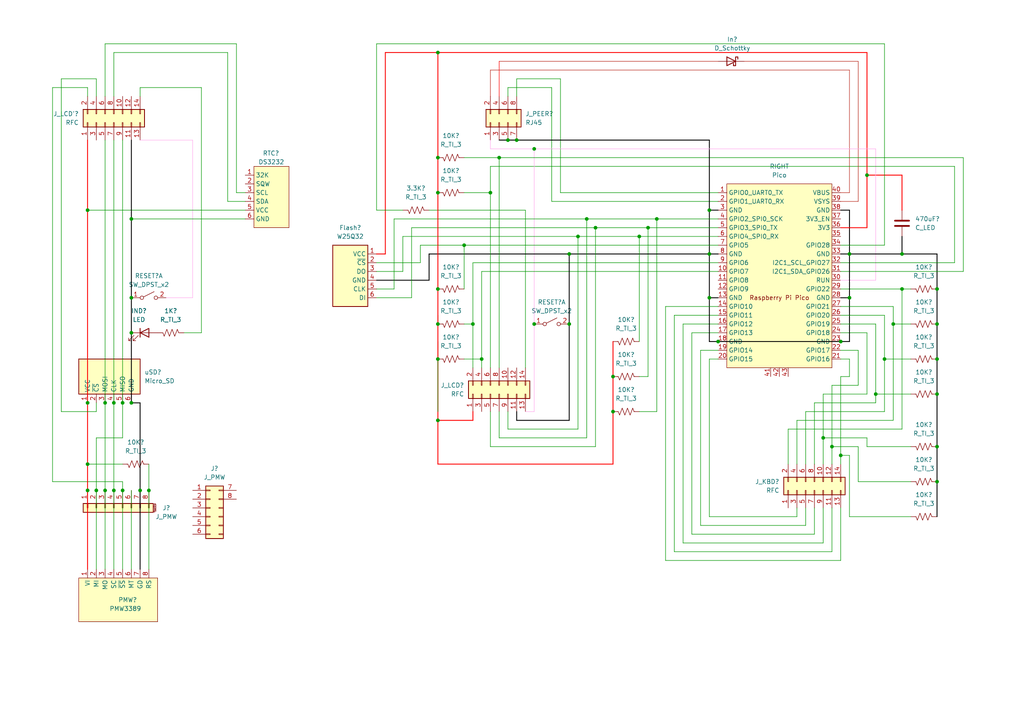
<source format=kicad_sch>
(kicad_sch (version 20211123) (generator eeschema)

  (uuid 811c87fd-d917-4af4-a151-5b5d708e69e4)

  (paper "A4")

  (lib_symbols
    (symbol "Connector_Generic:Conn_02x04_Odd_Even" (pin_names (offset 1.016) hide) (in_bom yes) (on_board yes)
      (property "Reference" "J" (id 0) (at 1.27 5.08 0)
        (effects (font (size 1.27 1.27)))
      )
      (property "Value" "Conn_02x04_Odd_Even" (id 1) (at 1.27 -7.62 0)
        (effects (font (size 1.27 1.27)))
      )
      (property "Footprint" "" (id 2) (at 0 0 0)
        (effects (font (size 1.27 1.27)) hide)
      )
      (property "Datasheet" "~" (id 3) (at 0 0 0)
        (effects (font (size 1.27 1.27)) hide)
      )
      (property "ki_keywords" "connector" (id 4) (at 0 0 0)
        (effects (font (size 1.27 1.27)) hide)
      )
      (property "ki_description" "Generic connector, double row, 02x04, odd/even pin numbering scheme (row 1 odd numbers, row 2 even numbers), script generated (kicad-library-utils/schlib/autogen/connector/)" (id 5) (at 0 0 0)
        (effects (font (size 1.27 1.27)) hide)
      )
      (property "ki_fp_filters" "Connector*:*_2x??_*" (id 6) (at 0 0 0)
        (effects (font (size 1.27 1.27)) hide)
      )
      (symbol "Conn_02x04_Odd_Even_1_1"
        (rectangle (start -1.27 -4.953) (end 0 -5.207)
          (stroke (width 0.1524) (type default) (color 0 0 0 0))
          (fill (type none))
        )
        (rectangle (start -1.27 -2.413) (end 0 -2.667)
          (stroke (width 0.1524) (type default) (color 0 0 0 0))
          (fill (type none))
        )
        (rectangle (start -1.27 0.127) (end 0 -0.127)
          (stroke (width 0.1524) (type default) (color 0 0 0 0))
          (fill (type none))
        )
        (rectangle (start -1.27 2.667) (end 0 2.413)
          (stroke (width 0.1524) (type default) (color 0 0 0 0))
          (fill (type none))
        )
        (rectangle (start -1.27 3.81) (end 3.81 -6.35)
          (stroke (width 0.254) (type default) (color 0 0 0 0))
          (fill (type background))
        )
        (rectangle (start 3.81 -4.953) (end 2.54 -5.207)
          (stroke (width 0.1524) (type default) (color 0 0 0 0))
          (fill (type none))
        )
        (rectangle (start 3.81 -2.413) (end 2.54 -2.667)
          (stroke (width 0.1524) (type default) (color 0 0 0 0))
          (fill (type none))
        )
        (rectangle (start 3.81 0.127) (end 2.54 -0.127)
          (stroke (width 0.1524) (type default) (color 0 0 0 0))
          (fill (type none))
        )
        (rectangle (start 3.81 2.667) (end 2.54 2.413)
          (stroke (width 0.1524) (type default) (color 0 0 0 0))
          (fill (type none))
        )
        (pin passive line (at -5.08 2.54 0) (length 3.81)
          (name "Pin_1" (effects (font (size 1.27 1.27))))
          (number "1" (effects (font (size 1.27 1.27))))
        )
        (pin passive line (at 7.62 2.54 180) (length 3.81)
          (name "Pin_2" (effects (font (size 1.27 1.27))))
          (number "2" (effects (font (size 1.27 1.27))))
        )
        (pin passive line (at -5.08 0 0) (length 3.81)
          (name "Pin_3" (effects (font (size 1.27 1.27))))
          (number "3" (effects (font (size 1.27 1.27))))
        )
        (pin passive line (at 7.62 0 180) (length 3.81)
          (name "Pin_4" (effects (font (size 1.27 1.27))))
          (number "4" (effects (font (size 1.27 1.27))))
        )
        (pin passive line (at -5.08 -2.54 0) (length 3.81)
          (name "Pin_5" (effects (font (size 1.27 1.27))))
          (number "5" (effects (font (size 1.27 1.27))))
        )
        (pin passive line (at 7.62 -2.54 180) (length 3.81)
          (name "Pin_6" (effects (font (size 1.27 1.27))))
          (number "6" (effects (font (size 1.27 1.27))))
        )
        (pin passive line (at -5.08 -5.08 0) (length 3.81)
          (name "Pin_7" (effects (font (size 1.27 1.27))))
          (number "7" (effects (font (size 1.27 1.27))))
        )
        (pin passive line (at 7.62 -5.08 180) (length 3.81)
          (name "Pin_8" (effects (font (size 1.27 1.27))))
          (number "8" (effects (font (size 1.27 1.27))))
        )
      )
    )
    (symbol "Connector_Generic:Conn_02x06_Top_Bottom" (pin_names (offset 1.016) hide) (in_bom yes) (on_board yes)
      (property "Reference" "J?" (id 0) (at 1.27 11.43 0)
        (effects (font (size 1.27 1.27)))
      )
      (property "Value" "J_PMW" (id 1) (at 1.27 8.89 0)
        (effects (font (size 1.27 1.27)))
      )
      (property "Footprint" "" (id 2) (at 0 0 0)
        (effects (font (size 1.27 1.27)) hide)
      )
      (property "Datasheet" "~" (id 3) (at 0 0 0)
        (effects (font (size 1.27 1.27)) hide)
      )
      (property "ki_keywords" "connector" (id 4) (at 0 0 0)
        (effects (font (size 1.27 1.27)) hide)
      )
      (property "ki_description" "Generic connector, double row, 02x06, top/bottom pin numbering scheme (row 1: 1...pins_per_row, row2: pins_per_row+1 ... num_pins), script generated (kicad-library-utils/schlib/autogen/connector/)" (id 5) (at 0 0 0)
        (effects (font (size 1.27 1.27)) hide)
      )
      (property "ki_fp_filters" "Connector*:*_2x??_*" (id 6) (at 0 0 0)
        (effects (font (size 1.27 1.27)) hide)
      )
      (symbol "Conn_02x06_Top_Bottom_1_1"
        (rectangle (start -1.27 -7.493) (end 0 -7.747)
          (stroke (width 0.1524) (type default) (color 0 0 0 0))
          (fill (type none))
        )
        (rectangle (start -1.27 -4.953) (end 0 -5.207)
          (stroke (width 0.1524) (type default) (color 0 0 0 0))
          (fill (type none))
        )
        (rectangle (start -1.27 -2.413) (end 0 -2.667)
          (stroke (width 0.1524) (type default) (color 0 0 0 0))
          (fill (type none))
        )
        (rectangle (start -1.27 0.127) (end 0 -0.127)
          (stroke (width 0.1524) (type default) (color 0 0 0 0))
          (fill (type none))
        )
        (rectangle (start -1.27 2.667) (end 0 2.413)
          (stroke (width 0.1524) (type default) (color 0 0 0 0))
          (fill (type none))
        )
        (rectangle (start -1.27 5.207) (end 0 4.953)
          (stroke (width 0.1524) (type default) (color 0 0 0 0))
          (fill (type none))
        )
        (rectangle (start -1.27 6.35) (end 3.81 -8.89)
          (stroke (width 0.254) (type default) (color 0 0 0 0))
          (fill (type background))
        )
        (rectangle (start 3.81 -7.493) (end 2.54 -7.747)
          (stroke (width 0.1524) (type default) (color 0 0 0 0))
          (fill (type none))
        )
        (rectangle (start 3.81 -4.953) (end 2.54 -5.207)
          (stroke (width 0.1524) (type default) (color 0 0 0 0))
          (fill (type none))
        )
        (rectangle (start 3.81 -2.413) (end 2.54 -2.667)
          (stroke (width 0.1524) (type default) (color 0 0 0 0))
          (fill (type none))
        )
        (rectangle (start 3.81 0.127) (end 2.54 -0.127)
          (stroke (width 0.1524) (type default) (color 0 0 0 0))
          (fill (type none))
        )
        (rectangle (start 3.81 2.667) (end 2.54 2.413)
          (stroke (width 0.1524) (type default) (color 0 0 0 0))
          (fill (type none))
        )
        (rectangle (start 3.81 5.207) (end 2.54 4.953)
          (stroke (width 0.1524) (type default) (color 0 0 0 0))
          (fill (type none))
        )
        (pin passive line (at -5.08 5.08 0) (length 3.81)
          (name "Pin_1" (effects (font (size 1.27 1.27))))
          (number "1" (effects (font (size 1.27 1.27))))
        )
        (pin passive line (at -5.08 2.54 0) (length 3.81)
          (name "Pin_2" (effects (font (size 1.27 1.27))))
          (number "2" (effects (font (size 1.27 1.27))))
        )
        (pin passive line (at -5.08 0 0) (length 3.81)
          (name "Pin_3" (effects (font (size 1.27 1.27))))
          (number "3" (effects (font (size 1.27 1.27))))
        )
        (pin passive line (at -5.08 -2.54 0) (length 3.81)
          (name "Pin_4" (effects (font (size 1.27 1.27))))
          (number "4" (effects (font (size 1.27 1.27))))
        )
        (pin passive line (at -5.08 -5.08 0) (length 3.81)
          (name "Pin_5" (effects (font (size 1.27 1.27))))
          (number "5" (effects (font (size 1.27 1.27))))
        )
        (pin passive line (at -5.08 -7.62 0) (length 3.81)
          (name "Pin_6" (effects (font (size 1.27 1.27))))
          (number "6" (effects (font (size 1.27 1.27))))
        )
        (pin passive line (at 7.62 5.08 180) (length 3.81)
          (name "Pin_7" (effects (font (size 1.27 1.27))))
          (number "7" (effects (font (size 1.27 1.27))))
        )
        (pin passive line (at 7.62 2.54 180) (length 3.81)
          (name "Pin_8" (effects (font (size 1.27 1.27))))
          (number "8" (effects (font (size 1.27 1.27))))
        )
      )
    )
    (symbol "Connector_Generic:Conn_02x07_Odd_Even" (pin_names (offset 1.016) hide) (in_bom yes) (on_board yes)
      (property "Reference" "J" (id 0) (at 1.27 10.16 0)
        (effects (font (size 1.27 1.27)))
      )
      (property "Value" "Conn_02x07_Odd_Even" (id 1) (at 1.27 -10.16 0)
        (effects (font (size 1.27 1.27)))
      )
      (property "Footprint" "" (id 2) (at 0 0 0)
        (effects (font (size 1.27 1.27)) hide)
      )
      (property "Datasheet" "~" (id 3) (at 0 0 0)
        (effects (font (size 1.27 1.27)) hide)
      )
      (property "ki_keywords" "connector" (id 4) (at 0 0 0)
        (effects (font (size 1.27 1.27)) hide)
      )
      (property "ki_description" "Generic connector, double row, 02x07, odd/even pin numbering scheme (row 1 odd numbers, row 2 even numbers), script generated (kicad-library-utils/schlib/autogen/connector/)" (id 5) (at 0 0 0)
        (effects (font (size 1.27 1.27)) hide)
      )
      (property "ki_fp_filters" "Connector*:*_2x??_*" (id 6) (at 0 0 0)
        (effects (font (size 1.27 1.27)) hide)
      )
      (symbol "Conn_02x07_Odd_Even_1_1"
        (rectangle (start -1.27 -7.493) (end 0 -7.747)
          (stroke (width 0.1524) (type default) (color 0 0 0 0))
          (fill (type none))
        )
        (rectangle (start -1.27 -4.953) (end 0 -5.207)
          (stroke (width 0.1524) (type default) (color 0 0 0 0))
          (fill (type none))
        )
        (rectangle (start -1.27 -2.413) (end 0 -2.667)
          (stroke (width 0.1524) (type default) (color 0 0 0 0))
          (fill (type none))
        )
        (rectangle (start -1.27 0.127) (end 0 -0.127)
          (stroke (width 0.1524) (type default) (color 0 0 0 0))
          (fill (type none))
        )
        (rectangle (start -1.27 2.667) (end 0 2.413)
          (stroke (width 0.1524) (type default) (color 0 0 0 0))
          (fill (type none))
        )
        (rectangle (start -1.27 5.207) (end 0 4.953)
          (stroke (width 0.1524) (type default) (color 0 0 0 0))
          (fill (type none))
        )
        (rectangle (start -1.27 7.747) (end 0 7.493)
          (stroke (width 0.1524) (type default) (color 0 0 0 0))
          (fill (type none))
        )
        (rectangle (start -1.27 8.89) (end 3.81 -8.89)
          (stroke (width 0.254) (type default) (color 0 0 0 0))
          (fill (type background))
        )
        (rectangle (start 3.81 -7.493) (end 2.54 -7.747)
          (stroke (width 0.1524) (type default) (color 0 0 0 0))
          (fill (type none))
        )
        (rectangle (start 3.81 -4.953) (end 2.54 -5.207)
          (stroke (width 0.1524) (type default) (color 0 0 0 0))
          (fill (type none))
        )
        (rectangle (start 3.81 -2.413) (end 2.54 -2.667)
          (stroke (width 0.1524) (type default) (color 0 0 0 0))
          (fill (type none))
        )
        (rectangle (start 3.81 0.127) (end 2.54 -0.127)
          (stroke (width 0.1524) (type default) (color 0 0 0 0))
          (fill (type none))
        )
        (rectangle (start 3.81 2.667) (end 2.54 2.413)
          (stroke (width 0.1524) (type default) (color 0 0 0 0))
          (fill (type none))
        )
        (rectangle (start 3.81 5.207) (end 2.54 4.953)
          (stroke (width 0.1524) (type default) (color 0 0 0 0))
          (fill (type none))
        )
        (rectangle (start 3.81 7.747) (end 2.54 7.493)
          (stroke (width 0.1524) (type default) (color 0 0 0 0))
          (fill (type none))
        )
        (pin passive line (at -5.08 7.62 0) (length 3.81)
          (name "Pin_1" (effects (font (size 1.27 1.27))))
          (number "1" (effects (font (size 1.27 1.27))))
        )
        (pin passive line (at 7.62 -2.54 180) (length 3.81)
          (name "Pin_10" (effects (font (size 1.27 1.27))))
          (number "10" (effects (font (size 1.27 1.27))))
        )
        (pin passive line (at -5.08 -5.08 0) (length 3.81)
          (name "Pin_11" (effects (font (size 1.27 1.27))))
          (number "11" (effects (font (size 1.27 1.27))))
        )
        (pin passive line (at 7.62 -5.08 180) (length 3.81)
          (name "Pin_12" (effects (font (size 1.27 1.27))))
          (number "12" (effects (font (size 1.27 1.27))))
        )
        (pin passive line (at -5.08 -7.62 0) (length 3.81)
          (name "Pin_13" (effects (font (size 1.27 1.27))))
          (number "13" (effects (font (size 1.27 1.27))))
        )
        (pin passive line (at 7.62 -7.62 180) (length 3.81)
          (name "Pin_14" (effects (font (size 1.27 1.27))))
          (number "14" (effects (font (size 1.27 1.27))))
        )
        (pin passive line (at 7.62 7.62 180) (length 3.81)
          (name "Pin_2" (effects (font (size 1.27 1.27))))
          (number "2" (effects (font (size 1.27 1.27))))
        )
        (pin passive line (at -5.08 5.08 0) (length 3.81)
          (name "Pin_3" (effects (font (size 1.27 1.27))))
          (number "3" (effects (font (size 1.27 1.27))))
        )
        (pin passive line (at 7.62 5.08 180) (length 3.81)
          (name "Pin_4" (effects (font (size 1.27 1.27))))
          (number "4" (effects (font (size 1.27 1.27))))
        )
        (pin passive line (at -5.08 2.54 0) (length 3.81)
          (name "Pin_5" (effects (font (size 1.27 1.27))))
          (number "5" (effects (font (size 1.27 1.27))))
        )
        (pin passive line (at 7.62 2.54 180) (length 3.81)
          (name "Pin_6" (effects (font (size 1.27 1.27))))
          (number "6" (effects (font (size 1.27 1.27))))
        )
        (pin passive line (at -5.08 0 0) (length 3.81)
          (name "Pin_7" (effects (font (size 1.27 1.27))))
          (number "7" (effects (font (size 1.27 1.27))))
        )
        (pin passive line (at 7.62 0 180) (length 3.81)
          (name "Pin_8" (effects (font (size 1.27 1.27))))
          (number "8" (effects (font (size 1.27 1.27))))
        )
        (pin passive line (at -5.08 -2.54 0) (length 3.81)
          (name "Pin_9" (effects (font (size 1.27 1.27))))
          (number "9" (effects (font (size 1.27 1.27))))
        )
      )
    )
    (symbol "Connector_Generic_MountingPin:Conn_01x08_MountingPin" (pin_names (offset 1.016) hide) (in_bom yes) (on_board yes)
      (property "Reference" "J?" (id 0) (at 1.6256 -3.81 90)
        (effects (font (size 1.27 1.27)))
      )
      (property "Value" "J_PMW" (id 1) (at 3.81 -2.54 90)
        (effects (font (size 1.27 1.27)))
      )
      (property "Footprint" "" (id 2) (at 0 0 0)
        (effects (font (size 1.27 1.27)) hide)
      )
      (property "Datasheet" "~" (id 3) (at 0 0 0)
        (effects (font (size 1.27 1.27)) hide)
      )
      (property "ki_keywords" "connector" (id 4) (at 0 0 0)
        (effects (font (size 1.27 1.27)) hide)
      )
      (property "ki_description" "Generic connectable mounting pin connector, single row, 01x08, script generated (kicad-library-utils/schlib/autogen/connector/)" (id 5) (at 0 0 0)
        (effects (font (size 1.27 1.27)) hide)
      )
      (property "ki_fp_filters" "Connector*:*_1x??-1MP*" (id 6) (at 0 0 0)
        (effects (font (size 1.27 1.27)) hide)
      )
      (symbol "Conn_01x08_MountingPin_1_1"
        (rectangle (start -1.27 -10.033) (end 0 -10.287)
          (stroke (width 0.1524) (type default) (color 0 0 0 0))
          (fill (type none))
        )
        (rectangle (start -1.27 -7.493) (end 0 -7.747)
          (stroke (width 0.1524) (type default) (color 0 0 0 0))
          (fill (type none))
        )
        (rectangle (start -1.27 -4.953) (end 0 -5.207)
          (stroke (width 0.1524) (type default) (color 0 0 0 0))
          (fill (type none))
        )
        (rectangle (start -1.27 -2.413) (end 0 -2.667)
          (stroke (width 0.1524) (type default) (color 0 0 0 0))
          (fill (type none))
        )
        (rectangle (start -1.27 0.127) (end 0 -0.127)
          (stroke (width 0.1524) (type default) (color 0 0 0 0))
          (fill (type none))
        )
        (rectangle (start -1.27 2.667) (end 0 2.413)
          (stroke (width 0.1524) (type default) (color 0 0 0 0))
          (fill (type none))
        )
        (rectangle (start -1.27 5.207) (end 0 4.953)
          (stroke (width 0.1524) (type default) (color 0 0 0 0))
          (fill (type none))
        )
        (rectangle (start -1.27 7.747) (end 0 7.493)
          (stroke (width 0.1524) (type default) (color 0 0 0 0))
          (fill (type none))
        )
        (rectangle (start -1.27 8.89) (end 1.27 -11.43)
          (stroke (width 0.254) (type default) (color 0 0 0 0))
          (fill (type background))
        )
        (polyline
          (pts
            (xy -1.016 -12.192)
            (xy 1.016 -12.192)
          )
          (stroke (width 0.1524) (type default) (color 0 0 0 0))
          (fill (type none))
        )
        (text "Mounting" (at 0 -11.811 0)
          (effects (font (size 0.381 0.381)))
        )
        (pin passive line (at -5.08 7.62 0) (length 3.81)
          (name "Pin_1" (effects (font (size 1.27 1.27))))
          (number "1" (effects (font (size 1.27 1.27))))
        )
        (pin passive line (at -5.08 5.08 0) (length 3.81)
          (name "Pin_2" (effects (font (size 1.27 1.27))))
          (number "2" (effects (font (size 1.27 1.27))))
        )
        (pin passive line (at -5.08 2.54 0) (length 3.81)
          (name "Pin_3" (effects (font (size 1.27 1.27))))
          (number "3" (effects (font (size 1.27 1.27))))
        )
        (pin passive line (at -5.08 0 0) (length 3.81)
          (name "Pin_4" (effects (font (size 1.27 1.27))))
          (number "4" (effects (font (size 1.27 1.27))))
        )
        (pin passive line (at -5.08 -2.54 0) (length 3.81)
          (name "Pin_5" (effects (font (size 1.27 1.27))))
          (number "5" (effects (font (size 1.27 1.27))))
        )
        (pin passive line (at -5.08 -5.08 0) (length 3.81)
          (name "Pin_6" (effects (font (size 1.27 1.27))))
          (number "6" (effects (font (size 1.27 1.27))))
        )
        (pin passive line (at -5.08 -7.62 0) (length 3.81)
          (name "Pin_7" (effects (font (size 1.27 1.27))))
          (number "7" (effects (font (size 1.27 1.27))))
        )
        (pin passive line (at -5.08 -10.16 0) (length 3.81)
          (name "Pin_8" (effects (font (size 1.27 1.27))))
          (number "8" (effects (font (size 1.27 1.27))))
        )
      )
    )
    (symbol "Device:C" (pin_numbers hide) (pin_names (offset 0.254)) (in_bom yes) (on_board yes)
      (property "Reference" "C" (id 0) (at 0.635 2.54 0)
        (effects (font (size 1.27 1.27)) (justify left))
      )
      (property "Value" "C" (id 1) (at 0.635 -2.54 0)
        (effects (font (size 1.27 1.27)) (justify left))
      )
      (property "Footprint" "" (id 2) (at 0.9652 -3.81 0)
        (effects (font (size 1.27 1.27)) hide)
      )
      (property "Datasheet" "~" (id 3) (at 0 0 0)
        (effects (font (size 1.27 1.27)) hide)
      )
      (property "ki_keywords" "cap capacitor" (id 4) (at 0 0 0)
        (effects (font (size 1.27 1.27)) hide)
      )
      (property "ki_description" "Unpolarized capacitor" (id 5) (at 0 0 0)
        (effects (font (size 1.27 1.27)) hide)
      )
      (property "ki_fp_filters" "C_*" (id 6) (at 0 0 0)
        (effects (font (size 1.27 1.27)) hide)
      )
      (symbol "C_0_1"
        (polyline
          (pts
            (xy -2.032 -0.762)
            (xy 2.032 -0.762)
          )
          (stroke (width 0.508) (type default) (color 0 0 0 0))
          (fill (type none))
        )
        (polyline
          (pts
            (xy -2.032 0.762)
            (xy 2.032 0.762)
          )
          (stroke (width 0.508) (type default) (color 0 0 0 0))
          (fill (type none))
        )
      )
      (symbol "C_1_1"
        (pin passive line (at 0 3.81 270) (length 2.794)
          (name "~" (effects (font (size 1.27 1.27))))
          (number "1" (effects (font (size 1.27 1.27))))
        )
        (pin passive line (at 0 -3.81 90) (length 2.794)
          (name "~" (effects (font (size 1.27 1.27))))
          (number "2" (effects (font (size 1.27 1.27))))
        )
      )
    )
    (symbol "Device:D_Schottky" (pin_numbers hide) (pin_names (offset 1.016) hide) (in_bom yes) (on_board yes)
      (property "Reference" "D" (id 0) (at 0 2.54 0)
        (effects (font (size 1.27 1.27)))
      )
      (property "Value" "D_Schottky" (id 1) (at 0 -2.54 0)
        (effects (font (size 1.27 1.27)))
      )
      (property "Footprint" "" (id 2) (at 0 0 0)
        (effects (font (size 1.27 1.27)) hide)
      )
      (property "Datasheet" "~" (id 3) (at 0 0 0)
        (effects (font (size 1.27 1.27)) hide)
      )
      (property "ki_keywords" "diode Schottky" (id 4) (at 0 0 0)
        (effects (font (size 1.27 1.27)) hide)
      )
      (property "ki_description" "Schottky diode" (id 5) (at 0 0 0)
        (effects (font (size 1.27 1.27)) hide)
      )
      (property "ki_fp_filters" "TO-???* *_Diode_* *SingleDiode* D_*" (id 6) (at 0 0 0)
        (effects (font (size 1.27 1.27)) hide)
      )
      (symbol "D_Schottky_0_1"
        (polyline
          (pts
            (xy 1.27 0)
            (xy -1.27 0)
          )
          (stroke (width 0) (type default) (color 0 0 0 0))
          (fill (type none))
        )
        (polyline
          (pts
            (xy 1.27 1.27)
            (xy 1.27 -1.27)
            (xy -1.27 0)
            (xy 1.27 1.27)
          )
          (stroke (width 0.254) (type default) (color 0 0 0 0))
          (fill (type none))
        )
        (polyline
          (pts
            (xy -1.905 0.635)
            (xy -1.905 1.27)
            (xy -1.27 1.27)
            (xy -1.27 -1.27)
            (xy -0.635 -1.27)
            (xy -0.635 -0.635)
          )
          (stroke (width 0.254) (type default) (color 0 0 0 0))
          (fill (type none))
        )
      )
      (symbol "D_Schottky_1_1"
        (pin passive line (at -3.81 0 0) (length 2.54)
          (name "K" (effects (font (size 1.27 1.27))))
          (number "1" (effects (font (size 1.27 1.27))))
        )
        (pin passive line (at 3.81 0 180) (length 2.54)
          (name "A" (effects (font (size 1.27 1.27))))
          (number "2" (effects (font (size 1.27 1.27))))
        )
      )
    )
    (symbol "Device:LED" (pin_numbers hide) (pin_names (offset 1.016) hide) (in_bom yes) (on_board yes)
      (property "Reference" "D" (id 0) (at 0 2.54 0)
        (effects (font (size 1.27 1.27)))
      )
      (property "Value" "LED" (id 1) (at 0 -2.54 0)
        (effects (font (size 1.27 1.27)))
      )
      (property "Footprint" "" (id 2) (at 0 0 0)
        (effects (font (size 1.27 1.27)) hide)
      )
      (property "Datasheet" "~" (id 3) (at 0 0 0)
        (effects (font (size 1.27 1.27)) hide)
      )
      (property "ki_keywords" "LED diode" (id 4) (at 0 0 0)
        (effects (font (size 1.27 1.27)) hide)
      )
      (property "ki_description" "Light emitting diode" (id 5) (at 0 0 0)
        (effects (font (size 1.27 1.27)) hide)
      )
      (property "ki_fp_filters" "LED* LED_SMD:* LED_THT:*" (id 6) (at 0 0 0)
        (effects (font (size 1.27 1.27)) hide)
      )
      (symbol "LED_0_1"
        (polyline
          (pts
            (xy -1.27 -1.27)
            (xy -1.27 1.27)
          )
          (stroke (width 0.254) (type default) (color 0 0 0 0))
          (fill (type none))
        )
        (polyline
          (pts
            (xy -1.27 0)
            (xy 1.27 0)
          )
          (stroke (width 0) (type default) (color 0 0 0 0))
          (fill (type none))
        )
        (polyline
          (pts
            (xy 1.27 -1.27)
            (xy 1.27 1.27)
            (xy -1.27 0)
            (xy 1.27 -1.27)
          )
          (stroke (width 0.254) (type default) (color 0 0 0 0))
          (fill (type none))
        )
        (polyline
          (pts
            (xy -3.048 -0.762)
            (xy -4.572 -2.286)
            (xy -3.81 -2.286)
            (xy -4.572 -2.286)
            (xy -4.572 -1.524)
          )
          (stroke (width 0) (type default) (color 0 0 0 0))
          (fill (type none))
        )
        (polyline
          (pts
            (xy -1.778 -0.762)
            (xy -3.302 -2.286)
            (xy -2.54 -2.286)
            (xy -3.302 -2.286)
            (xy -3.302 -1.524)
          )
          (stroke (width 0) (type default) (color 0 0 0 0))
          (fill (type none))
        )
      )
      (symbol "LED_1_1"
        (pin passive line (at -3.81 0 0) (length 2.54)
          (name "K" (effects (font (size 1.27 1.27))))
          (number "1" (effects (font (size 1.27 1.27))))
        )
        (pin passive line (at 3.81 0 180) (length 2.54)
          (name "A" (effects (font (size 1.27 1.27))))
          (number "2" (effects (font (size 1.27 1.27))))
        )
      )
    )
    (symbol "Device:R_US" (pin_numbers hide) (pin_names (offset 0)) (in_bom yes) (on_board yes)
      (property "Reference" "R" (id 0) (at 2.54 0 90)
        (effects (font (size 1.27 1.27)))
      )
      (property "Value" "R_US" (id 1) (at -2.54 0 90)
        (effects (font (size 1.27 1.27)))
      )
      (property "Footprint" "" (id 2) (at 1.016 -0.254 90)
        (effects (font (size 1.27 1.27)) hide)
      )
      (property "Datasheet" "~" (id 3) (at 0 0 0)
        (effects (font (size 1.27 1.27)) hide)
      )
      (property "ki_keywords" "R res resistor" (id 4) (at 0 0 0)
        (effects (font (size 1.27 1.27)) hide)
      )
      (property "ki_description" "Resistor, US symbol" (id 5) (at 0 0 0)
        (effects (font (size 1.27 1.27)) hide)
      )
      (property "ki_fp_filters" "R_*" (id 6) (at 0 0 0)
        (effects (font (size 1.27 1.27)) hide)
      )
      (symbol "R_US_0_1"
        (polyline
          (pts
            (xy 0 -2.286)
            (xy 0 -2.54)
          )
          (stroke (width 0) (type default) (color 0 0 0 0))
          (fill (type none))
        )
        (polyline
          (pts
            (xy 0 2.286)
            (xy 0 2.54)
          )
          (stroke (width 0) (type default) (color 0 0 0 0))
          (fill (type none))
        )
        (polyline
          (pts
            (xy 0 -0.762)
            (xy 1.016 -1.143)
            (xy 0 -1.524)
            (xy -1.016 -1.905)
            (xy 0 -2.286)
          )
          (stroke (width 0) (type default) (color 0 0 0 0))
          (fill (type none))
        )
        (polyline
          (pts
            (xy 0 0.762)
            (xy 1.016 0.381)
            (xy 0 0)
            (xy -1.016 -0.381)
            (xy 0 -0.762)
          )
          (stroke (width 0) (type default) (color 0 0 0 0))
          (fill (type none))
        )
        (polyline
          (pts
            (xy 0 2.286)
            (xy 1.016 1.905)
            (xy 0 1.524)
            (xy -1.016 1.143)
            (xy 0 0.762)
          )
          (stroke (width 0) (type default) (color 0 0 0 0))
          (fill (type none))
        )
      )
      (symbol "R_US_1_1"
        (pin passive line (at 0 3.81 270) (length 1.27)
          (name "~" (effects (font (size 1.27 1.27))))
          (number "1" (effects (font (size 1.27 1.27))))
        )
        (pin passive line (at 0 -3.81 90) (length 1.27)
          (name "~" (effects (font (size 1.27 1.27))))
          (number "2" (effects (font (size 1.27 1.27))))
        )
      )
    )
    (symbol "MCU_RaspberryPi_and_Boards:Pico" (in_bom yes) (on_board yes)
      (property "Reference" "LEFT" (id 0) (at 0 31.75 0)
        (effects (font (size 1.27 1.27)))
      )
      (property "Value" "Pico" (id 1) (at 0 29.21 0)
        (effects (font (size 1.27 1.27)))
      )
      (property "Footprint" "MCU_RaspberryPi_and_Boards:RPi_Pico_SMD_TH" (id 2) (at 0 0 90)
        (effects (font (size 1.27 1.27)) hide)
      )
      (property "Datasheet" "" (id 3) (at 0 0 0)
        (effects (font (size 1.27 1.27)) hide)
      )
      (symbol "Pico_0_0"
        (text "Raspberry Pi Pico" (at 0 -6.35 0)
          (effects (font (size 1.27 1.27)))
        )
      )
      (symbol "Pico_0_1"
        (rectangle (start -15.24 26.67) (end 15.24 -26.67)
          (stroke (width 0) (type default) (color 0 0 0 0))
          (fill (type background))
        )
      )
      (symbol "Pico_1_1"
        (pin bidirectional line (at -17.78 24.13 0) (length 2.54)
          (name "GPIO0_UART0_TX" (effects (font (size 1.27 1.27))))
          (number "1" (effects (font (size 1.27 1.27))))
        )
        (pin bidirectional line (at -17.78 1.27 0) (length 2.54)
          (name "GPIO7" (effects (font (size 1.27 1.27))))
          (number "10" (effects (font (size 1.27 1.27))))
        )
        (pin bidirectional line (at -17.78 -1.27 0) (length 2.54)
          (name "GPIO8" (effects (font (size 1.27 1.27))))
          (number "11" (effects (font (size 1.27 1.27))))
        )
        (pin bidirectional line (at -17.78 -3.81 0) (length 2.54)
          (name "GPIO9" (effects (font (size 1.27 1.27))))
          (number "12" (effects (font (size 1.27 1.27))))
        )
        (pin power_in line (at -17.78 -6.35 0) (length 2.54)
          (name "GND" (effects (font (size 1.27 1.27))))
          (number "13" (effects (font (size 1.27 1.27))))
        )
        (pin bidirectional line (at -17.78 -8.89 0) (length 2.54)
          (name "GPIO10" (effects (font (size 1.27 1.27))))
          (number "14" (effects (font (size 1.27 1.27))))
        )
        (pin bidirectional line (at -17.78 -11.43 0) (length 2.54)
          (name "GPIO11" (effects (font (size 1.27 1.27))))
          (number "15" (effects (font (size 1.27 1.27))))
        )
        (pin bidirectional line (at -17.78 -13.97 0) (length 2.54)
          (name "GPIO12" (effects (font (size 1.27 1.27))))
          (number "16" (effects (font (size 1.27 1.27))))
        )
        (pin bidirectional line (at -17.78 -16.51 0) (length 2.54)
          (name "GPIO13" (effects (font (size 1.27 1.27))))
          (number "17" (effects (font (size 1.27 1.27))))
        )
        (pin power_in line (at -17.78 -19.05 0) (length 2.54)
          (name "GND" (effects (font (size 1.27 1.27))))
          (number "18" (effects (font (size 1.27 1.27))))
        )
        (pin bidirectional line (at -17.78 -21.59 0) (length 2.54)
          (name "GPIO14" (effects (font (size 1.27 1.27))))
          (number "19" (effects (font (size 1.27 1.27))))
        )
        (pin bidirectional line (at -17.78 21.59 0) (length 2.54)
          (name "GPIO1_UART0_RX" (effects (font (size 1.27 1.27))))
          (number "2" (effects (font (size 1.27 1.27))))
        )
        (pin bidirectional line (at -17.78 -24.13 0) (length 2.54)
          (name "GPIO15" (effects (font (size 1.27 1.27))))
          (number "20" (effects (font (size 1.27 1.27))))
        )
        (pin bidirectional line (at 17.78 -24.13 180) (length 2.54)
          (name "GPIO16" (effects (font (size 1.27 1.27))))
          (number "21" (effects (font (size 1.27 1.27))))
        )
        (pin bidirectional line (at 17.78 -21.59 180) (length 2.54)
          (name "GPIO17" (effects (font (size 1.27 1.27))))
          (number "22" (effects (font (size 1.27 1.27))))
        )
        (pin power_in line (at 17.78 -19.05 180) (length 2.54)
          (name "GND" (effects (font (size 1.27 1.27))))
          (number "23" (effects (font (size 1.27 1.27))))
        )
        (pin bidirectional line (at 17.78 -16.51 180) (length 2.54)
          (name "GPIO18" (effects (font (size 1.27 1.27))))
          (number "24" (effects (font (size 1.27 1.27))))
        )
        (pin bidirectional line (at 17.78 -13.97 180) (length 2.54)
          (name "GPIO19" (effects (font (size 1.27 1.27))))
          (number "25" (effects (font (size 1.27 1.27))))
        )
        (pin bidirectional line (at 17.78 -11.43 180) (length 2.54)
          (name "GPIO20" (effects (font (size 1.27 1.27))))
          (number "26" (effects (font (size 1.27 1.27))))
        )
        (pin bidirectional line (at 17.78 -8.89 180) (length 2.54)
          (name "GPIO21" (effects (font (size 1.27 1.27))))
          (number "27" (effects (font (size 1.27 1.27))))
        )
        (pin power_in line (at 17.78 -6.35 180) (length 2.54)
          (name "GND" (effects (font (size 1.27 1.27))))
          (number "28" (effects (font (size 1.27 1.27))))
        )
        (pin bidirectional line (at 17.78 -3.81 180) (length 2.54)
          (name "GPIO22" (effects (font (size 1.27 1.27))))
          (number "29" (effects (font (size 1.27 1.27))))
        )
        (pin power_in line (at -17.78 19.05 0) (length 2.54)
          (name "GND" (effects (font (size 1.27 1.27))))
          (number "3" (effects (font (size 1.27 1.27))))
        )
        (pin input line (at 17.78 -1.27 180) (length 2.54)
          (name "RUN" (effects (font (size 1.27 1.27))))
          (number "30" (effects (font (size 1.27 1.27))))
        )
        (pin bidirectional line (at 17.78 1.27 180) (length 2.54)
          (name "I2C1_SDA_GPIO26" (effects (font (size 1.27 1.27))))
          (number "31" (effects (font (size 1.27 1.27))))
        )
        (pin bidirectional line (at 17.78 3.81 180) (length 2.54)
          (name "I2C1_SCL_GPIO27" (effects (font (size 1.27 1.27))))
          (number "32" (effects (font (size 1.27 1.27))))
        )
        (pin power_in line (at 17.78 6.35 180) (length 2.54)
          (name "GND" (effects (font (size 1.27 1.27))))
          (number "33" (effects (font (size 1.27 1.27))))
        )
        (pin bidirectional line (at 17.78 8.89 180) (length 2.54)
          (name "GPIO28" (effects (font (size 1.27 1.27))))
          (number "34" (effects (font (size 1.27 1.27))))
        )
        (pin power_in line (at 17.78 11.43 180) (length 2.54)
          (name "" (effects (font (size 1.27 1.27))))
          (number "35" (effects (font (size 1.27 1.27))))
        )
        (pin power_in line (at 17.78 13.97 180) (length 2.54)
          (name "3V3" (effects (font (size 1.27 1.27))))
          (number "36" (effects (font (size 1.27 1.27))))
        )
        (pin input line (at 17.78 16.51 180) (length 2.54)
          (name "3V3_EN" (effects (font (size 1.27 1.27))))
          (number "37" (effects (font (size 1.27 1.27))))
        )
        (pin bidirectional line (at 17.78 19.05 180) (length 2.54)
          (name "GND" (effects (font (size 1.27 1.27))))
          (number "38" (effects (font (size 1.27 1.27))))
        )
        (pin power_in line (at 17.78 21.59 180) (length 2.54)
          (name "VSYS" (effects (font (size 1.27 1.27))))
          (number "39" (effects (font (size 1.27 1.27))))
        )
        (pin bidirectional line (at -17.78 16.51 0) (length 2.54)
          (name "GPIO2_SPI0_SCK" (effects (font (size 1.27 1.27))))
          (number "4" (effects (font (size 1.27 1.27))))
        )
        (pin power_in line (at 17.78 24.13 180) (length 2.54)
          (name "VBUS" (effects (font (size 1.27 1.27))))
          (number "40" (effects (font (size 1.27 1.27))))
        )
        (pin input line (at -2.54 -29.21 90) (length 2.54)
          (name "" (effects (font (size 1.27 1.27))))
          (number "41" (effects (font (size 1.27 1.27))))
        )
        (pin power_in line (at 0 -29.21 90) (length 2.54)
          (name "" (effects (font (size 1.27 1.27))))
          (number "42" (effects (font (size 1.27 1.27))))
        )
        (pin bidirectional line (at 2.54 -29.21 90) (length 2.54)
          (name "" (effects (font (size 1.27 1.27))))
          (number "43" (effects (font (size 1.27 1.27))))
        )
        (pin bidirectional line (at -17.78 13.97 0) (length 2.54)
          (name "GPIO3_SPI0_TX" (effects (font (size 1.27 1.27))))
          (number "5" (effects (font (size 1.27 1.27))))
        )
        (pin bidirectional line (at -17.78 11.43 0) (length 2.54)
          (name "GPIO4_SPI0_RX" (effects (font (size 1.27 1.27))))
          (number "6" (effects (font (size 1.27 1.27))))
        )
        (pin bidirectional line (at -17.78 8.89 0) (length 2.54)
          (name "GPIO5" (effects (font (size 1.27 1.27))))
          (number "7" (effects (font (size 1.27 1.27))))
        )
        (pin power_in line (at -17.78 6.35 0) (length 2.54)
          (name "GND" (effects (font (size 1.27 1.27))))
          (number "8" (effects (font (size 1.27 1.27))))
        )
        (pin bidirectional line (at -17.78 3.81 0) (length 2.54)
          (name "GPIO6" (effects (font (size 1.27 1.27))))
          (number "9" (effects (font (size 1.27 1.27))))
        )
      )
    )
    (symbol "My_Library:DS3232" (in_bom yes) (on_board yes)
      (property "Reference" "RTC?" (id 0) (at 2.54 11.43 0)
        (effects (font (size 1.27 1.27)) (justify right))
      )
      (property "Value" "DS3232" (id 1) (at 3.81 8.89 0)
        (effects (font (size 1.27 1.27)) (justify right))
      )
      (property "Footprint" "" (id 2) (at 0 0 0)
        (effects (font (size 1.27 1.27)) hide)
      )
      (property "Datasheet" "" (id 3) (at 0 0 0)
        (effects (font (size 1.27 1.27)) hide)
      )
      (symbol "DS3232_0_0"
        (pin output line (at 7.62 5.08 180) (length 2.54)
          (name "32K" (effects (font (size 1.27 1.27))))
          (number "1" (effects (font (size 1.27 1.27))))
        )
        (pin output line (at 7.62 2.54 180) (length 2.54)
          (name "SQW" (effects (font (size 1.27 1.27))))
          (number "2" (effects (font (size 1.27 1.27))))
        )
        (pin bidirectional line (at 7.62 0 180) (length 2.54)
          (name "SCL" (effects (font (size 1.27 1.27))))
          (number "3" (effects (font (size 1.27 1.27))))
        )
        (pin bidirectional line (at 7.62 -2.54 180) (length 2.54)
          (name "SDA" (effects (font (size 1.27 1.27))))
          (number "4" (effects (font (size 1.27 1.27))))
        )
        (pin power_in line (at 7.62 -5.08 180) (length 2.54)
          (name "VCC" (effects (font (size 1.27 1.27))))
          (number "5" (effects (font (size 1.27 1.27))))
        )
        (pin power_in line (at 7.62 -7.62 180) (length 2.54)
          (name "GND" (effects (font (size 1.27 1.27))))
          (number "6" (effects (font (size 1.27 1.27))))
        )
      )
      (symbol "DS3232_0_1"
        (rectangle (start -5.08 7.62) (end 5.08 -10.16)
          (stroke (width 0) (type default) (color 0 0 0 0))
          (fill (type background))
        )
      )
    )
    (symbol "My_Library:Micro_SD" (in_bom yes) (on_board yes)
      (property "Reference" "uSD" (id 0) (at 5.08 5.08 0)
        (effects (font (size 1.27 1.27)))
      )
      (property "Value" "Micro_SD" (id 1) (at 5.08 2.54 0)
        (effects (font (size 1.27 1.27)))
      )
      (property "Footprint" "Package_SO:SOIC-8_5.23x5.23mm_P1.27mm" (id 2) (at 2.54 6.35 0)
        (effects (font (size 1.27 1.27)) hide)
      )
      (property "Datasheet" "http://www.winbond.com/resource-files/w25q32jv%20revg%2003272018%20plus.pdf" (id 3) (at 3.81 8.89 0)
        (effects (font (size 1.27 1.27)) hide)
      )
      (property "ki_keywords" "flash memory SPI" (id 4) (at 0 0 0)
        (effects (font (size 1.27 1.27)) hide)
      )
      (property "ki_description" "32Mb Serial Flash Memory, Standard/Dual/Quad SPI, SOIC-8" (id 5) (at 0 0 0)
        (effects (font (size 1.27 1.27)) hide)
      )
      (property "ki_fp_filters" "SOIC*5.23x5.23mm*P1.27mm*" (id 6) (at 0 0 0)
        (effects (font (size 1.27 1.27)) hide)
      )
      (symbol "Micro_SD_0_1"
        (rectangle (start 0 0) (end 10.16 -17.78)
          (stroke (width 0.254) (type default) (color 0 0 0 0))
          (fill (type background))
        )
      )
      (symbol "Micro_SD_1_1"
        (pin power_in line (at 12.7 -2.54 180) (length 2.54)
          (name "VCC" (effects (font (size 1.27 1.27))))
          (number "1" (effects (font (size 1.27 1.27))))
        )
        (pin input line (at 12.7 -5.08 180) (length 2.54)
          (name "~{CS}" (effects (font (size 1.27 1.27))))
          (number "2" (effects (font (size 1.27 1.27))))
        )
        (pin bidirectional line (at 12.7 -7.62 180) (length 2.54)
          (name "MOSI" (effects (font (size 1.27 1.27))))
          (number "3" (effects (font (size 1.27 1.27))))
        )
        (pin input line (at 12.7 -10.16 180) (length 2.54)
          (name "CLK" (effects (font (size 1.27 1.27))))
          (number "4" (effects (font (size 1.27 1.27))))
        )
        (pin bidirectional line (at 12.7 -12.7 180) (length 2.54)
          (name "MISO" (effects (font (size 1.27 1.27))))
          (number "5" (effects (font (size 1.27 1.27))))
        )
        (pin power_in line (at 12.7 -15.24 180) (length 2.54)
          (name "GND" (effects (font (size 1.27 1.27))))
          (number "6" (effects (font (size 1.27 1.27))))
        )
      )
    )
    (symbol "My_Library:PMW3389" (in_bom yes) (on_board yes)
      (property "Reference" "PMW?" (id 0) (at 0 1.27 90)
        (effects (font (size 1.27 1.27)) (justify left))
      )
      (property "Value" "PMW3389" (id 1) (at -2.54 -1.27 90)
        (effects (font (size 1.27 1.27)) (justify left))
      )
      (property "Footprint" "" (id 2) (at 0 16.51 0)
        (effects (font (size 1.27 1.27)) hide)
      )
      (property "Datasheet" "" (id 3) (at 0 16.51 0)
        (effects (font (size 1.27 1.27)) hide)
      )
      (symbol "PMW3389_0_0"
        (pin power_in line (at 8.89 -7.62 180) (length 2.54)
          (name "VI" (effects (font (size 1.27 1.27))))
          (number "1" (effects (font (size 1.27 1.27))))
        )
        (pin bidirectional line (at 8.89 -5.08 180) (length 2.54)
          (name "MI" (effects (font (size 1.27 1.27))))
          (number "2" (effects (font (size 1.27 1.27))))
        )
        (pin bidirectional line (at 8.89 -2.54 180) (length 2.54)
          (name "MO" (effects (font (size 1.27 1.27))))
          (number "3" (effects (font (size 1.27 1.27))))
        )
        (pin input line (at 8.89 0 180) (length 2.54)
          (name "SC" (effects (font (size 1.27 1.27))))
          (number "4" (effects (font (size 1.27 1.27))))
        )
        (pin input line (at 8.89 2.54 180) (length 2.54)
          (name "~{SS}" (effects (font (size 1.27 1.27))))
          (number "5" (effects (font (size 1.27 1.27))))
        )
        (pin output line (at 8.89 5.08 180) (length 2.54)
          (name "MT" (effects (font (size 1.27 1.27))))
          (number "6" (effects (font (size 1.27 1.27))))
        )
        (pin power_in line (at 8.89 7.62 180) (length 2.54)
          (name "GD" (effects (font (size 1.27 1.27))))
          (number "7" (effects (font (size 1.27 1.27))))
        )
        (pin input line (at 8.89 10.16 180) (length 2.54)
          (name "RS" (effects (font (size 1.27 1.27))))
          (number "8" (effects (font (size 1.27 1.27))))
        )
      )
      (symbol "PMW3389_0_1"
        (rectangle (start -6.35 12.7) (end 6.35 -10.16)
          (stroke (width 0) (type default) (color 0 0 0 0))
          (fill (type background))
        )
      )
    )
    (symbol "My_Library:W25Q32" (in_bom yes) (on_board yes)
      (property "Reference" "U?" (id 0) (at 5.08 5.08 0)
        (effects (font (size 1.27 1.27)))
      )
      (property "Value" "W25Q32" (id 1) (at 5.08 2.54 0)
        (effects (font (size 1.27 1.27)))
      )
      (property "Footprint" "Package_SO:SOIC-8_5.23x5.23mm_P1.27mm" (id 2) (at 0 -19.05 0)
        (effects (font (size 1.27 1.27)) hide)
      )
      (property "Datasheet" "http://www.winbond.com/resource-files/w25q32jv%20revg%2003272018%20plus.pdf" (id 3) (at 1.27 7.62 0)
        (effects (font (size 1.27 1.27)) hide)
      )
      (property "ki_keywords" "flash memory SPI" (id 4) (at 0 0 0)
        (effects (font (size 1.27 1.27)) hide)
      )
      (property "ki_description" "32Mb Serial Flash Memory, Standard/Dual/Quad SPI, SOIC-8" (id 5) (at 0 0 0)
        (effects (font (size 1.27 1.27)) hide)
      )
      (property "ki_fp_filters" "SOIC*5.23x5.23mm*P1.27mm*" (id 6) (at 0 0 0)
        (effects (font (size 1.27 1.27)) hide)
      )
      (symbol "W25Q32_0_1"
        (rectangle (start 0 0) (end 10.16 -17.78)
          (stroke (width 0.254) (type default) (color 0 0 0 0))
          (fill (type background))
        )
      )
      (symbol "W25Q32_1_1"
        (pin power_in line (at 12.7 -2.54 180) (length 2.54)
          (name "VCC" (effects (font (size 1.27 1.27))))
          (number "1" (effects (font (size 1.27 1.27))))
        )
        (pin input line (at 12.7 -5.08 180) (length 2.54)
          (name "~{CS}" (effects (font (size 1.27 1.27))))
          (number "2" (effects (font (size 1.27 1.27))))
        )
        (pin bidirectional line (at 12.7 -7.62 180) (length 2.54)
          (name "DO" (effects (font (size 1.27 1.27))))
          (number "3" (effects (font (size 1.27 1.27))))
        )
        (pin power_in line (at 12.7 -10.16 180) (length 2.54)
          (name "GND" (effects (font (size 1.27 1.27))))
          (number "4" (effects (font (size 1.27 1.27))))
        )
        (pin input line (at 12.7 -12.7 180) (length 2.54)
          (name "CLK" (effects (font (size 1.27 1.27))))
          (number "5" (effects (font (size 1.27 1.27))))
        )
        (pin bidirectional line (at 12.7 -15.24 180) (length 2.54)
          (name "DI" (effects (font (size 1.27 1.27))))
          (number "6" (effects (font (size 1.27 1.27))))
        )
      )
    )
    (symbol "Switch:SW_DPST_x2" (pin_names (offset 0) hide) (in_bom yes) (on_board yes)
      (property "Reference" "SW" (id 0) (at 0 3.175 0)
        (effects (font (size 1.27 1.27)))
      )
      (property "Value" "SW_DPST_x2" (id 1) (at 0 -2.54 0)
        (effects (font (size 1.27 1.27)))
      )
      (property "Footprint" "" (id 2) (at 0 0 0)
        (effects (font (size 1.27 1.27)) hide)
      )
      (property "Datasheet" "~" (id 3) (at 0 0 0)
        (effects (font (size 1.27 1.27)) hide)
      )
      (property "ki_keywords" "switch lever" (id 4) (at 0 0 0)
        (effects (font (size 1.27 1.27)) hide)
      )
      (property "ki_description" "Single Pole Single Throw (SPST) switch, separate symbol" (id 5) (at 0 0 0)
        (effects (font (size 1.27 1.27)) hide)
      )
      (symbol "SW_DPST_x2_0_0"
        (circle (center -2.032 0) (radius 0.508)
          (stroke (width 0) (type default) (color 0 0 0 0))
          (fill (type none))
        )
        (polyline
          (pts
            (xy -1.524 0.254)
            (xy 1.524 1.778)
          )
          (stroke (width 0) (type default) (color 0 0 0 0))
          (fill (type none))
        )
        (circle (center 2.032 0) (radius 0.508)
          (stroke (width 0) (type default) (color 0 0 0 0))
          (fill (type none))
        )
      )
      (symbol "SW_DPST_x2_1_1"
        (pin passive line (at -5.08 0 0) (length 2.54)
          (name "A" (effects (font (size 1.27 1.27))))
          (number "1" (effects (font (size 1.27 1.27))))
        )
        (pin passive line (at 5.08 0 180) (length 2.54)
          (name "B" (effects (font (size 1.27 1.27))))
          (number "2" (effects (font (size 1.27 1.27))))
        )
      )
      (symbol "SW_DPST_x2_2_1"
        (pin passive line (at -5.08 0 0) (length 2.54)
          (name "A" (effects (font (size 1.27 1.27))))
          (number "3" (effects (font (size 1.27 1.27))))
        )
        (pin passive line (at 5.08 0 180) (length 2.54)
          (name "B" (effects (font (size 1.27 1.27))))
          (number "4" (effects (font (size 1.27 1.27))))
        )
      )
    )
  )

  (junction (at 261.62 83.82) (diameter 0) (color 0 0 0 0)
    (uuid 05eb6061-8de1-45a7-afb3-103dd6b12619)
  )
  (junction (at 205.74 73.66) (diameter 0) (color 0 0 0 0)
    (uuid 09d14946-e434-4866-9206-9d001a01e36f)
  )
  (junction (at 38.1 116.84) (diameter 0) (color 0 0 0 0)
    (uuid 0d5f60ce-8a4b-4542-ba86-9e09a4624c7b)
  )
  (junction (at 243.84 132.08) (diameter 0) (color 0 0 0 0)
    (uuid 0e26ce8e-55d5-4dd9-8e74-7d3f9fc6e763)
  )
  (junction (at 254 114.3) (diameter 0) (color 0 0 0 0)
    (uuid 0f441fb3-a63e-47de-8ecb-11c31bdfd338)
  )
  (junction (at 190.5 63.5) (diameter 0) (color 0 0 0 0)
    (uuid 0f5d2408-4cf9-435d-8198-c5d98644f7f2)
  )
  (junction (at 127 104.14) (diameter 0) (color 0 0 0 0)
    (uuid 10ff24e9-dad8-4466-a2a6-dcc898c816f7)
  )
  (junction (at 30.48 116.84) (diameter 0) (color 0 0 0 0)
    (uuid 13182ecf-9e57-4315-b283-0107531e966b)
  )
  (junction (at 165.1 93.98) (diameter 0) (color 0 0 0 0)
    (uuid 1625c6bd-0461-470d-9f01-98ec47d1bced)
  )
  (junction (at 271.78 83.82) (diameter 0) (color 0 0 0 0)
    (uuid 17d21d13-8e5a-4bff-91c7-3570a51e4fbb)
  )
  (junction (at 127 15.24) (diameter 0) (color 0 0 0 0)
    (uuid 19d112cd-6d42-45ed-8487-41248c769d05)
  )
  (junction (at 127 121.92) (diameter 0) (color 0 0 0 0)
    (uuid 1d53d3ed-22fa-4014-a156-6a0f6b8fdf70)
  )
  (junction (at 154.94 43.18) (diameter 0) (color 0 0 0 0)
    (uuid 252b1944-9e66-45f5-b355-30de9f533091)
  )
  (junction (at 241.3 129.54) (diameter 0) (color 0 0 0 0)
    (uuid 30c18254-5c8a-4eaa-b67d-099a67902f43)
  )
  (junction (at 172.72 66.04) (diameter 0) (color 0 0 0 0)
    (uuid 3c113bc1-85e7-4875-b387-6cb155955aca)
  )
  (junction (at 271.78 104.14) (diameter 0) (color 0 0 0 0)
    (uuid 401cb513-e0b7-4ac1-97ed-509f3f38c9cd)
  )
  (junction (at 208.28 99.06) (diameter 0) (color 0 0 0 0)
    (uuid 43aabe48-6479-4074-b8a0-39bbaeb11f85)
  )
  (junction (at 43.18 142.24) (diameter 0) (color 0 0 0 0)
    (uuid 4a0f9b6a-b7d5-4b57-9889-6e4351aa1396)
  )
  (junction (at 177.8 119.38) (diameter 0) (color 0 0 0 0)
    (uuid 53dc99fc-3605-4cea-83eb-89cda70d19b4)
  )
  (junction (at 261.62 73.66) (diameter 0) (color 0 0 0 0)
    (uuid 53fa0834-2475-49c6-9348-75a3e971b5b2)
  )
  (junction (at 259.08 93.98) (diameter 0) (color 0 0 0 0)
    (uuid 57e50822-c9dc-4347-afe5-a19d20162ede)
  )
  (junction (at 38.1 96.52) (diameter 0) (color 0 0 0 0)
    (uuid 582f5687-ff1e-4aeb-b5b5-555db8924b03)
  )
  (junction (at 271.78 139.7) (diameter 0) (color 0 0 0 0)
    (uuid 59efeeda-f57d-4642-a8ef-c10a0aae8d03)
  )
  (junction (at 271.78 93.98) (diameter 0) (color 0 0 0 0)
    (uuid 5b7903ab-8321-45fe-8276-1a9c0469ae5d)
  )
  (junction (at 25.4 134.62) (diameter 0) (color 0 0 0 0)
    (uuid 63589071-a439-4f33-94f6-3ff736d1b53d)
  )
  (junction (at 243.84 99.06) (diameter 0) (color 0 0 0 0)
    (uuid 64096060-faf7-4dbe-b87a-2afd84104ade)
  )
  (junction (at 167.64 68.58) (diameter 0) (color 0 0 0 0)
    (uuid 65712ea7-863f-455e-98d5-8dd45b92ef9a)
  )
  (junction (at 27.94 142.24) (diameter 0) (color 0 0 0 0)
    (uuid 66da7d94-2e00-4734-8eac-f9ba1c40a410)
  )
  (junction (at 246.38 86.36) (diameter 0) (color 0 0 0 0)
    (uuid 68a844c1-c8e2-42b4-94f2-97bc483645ae)
  )
  (junction (at 38.1 63.5) (diameter 0) (color 0 0 0 0)
    (uuid 6b8d151d-888c-4839-acea-95d88ba47324)
  )
  (junction (at 33.02 142.24) (diameter 0) (color 0 0 0 0)
    (uuid 6e04506a-d316-4611-b3cb-c4eb83825a7e)
  )
  (junction (at 127 83.82) (diameter 0) (color 0 0 0 0)
    (uuid 70f73c3b-d1cc-4066-a3fd-d6a514601388)
  )
  (junction (at 40.64 142.24) (diameter 0) (color 0 0 0 0)
    (uuid 79b52088-bc5f-4473-af22-84a323c8c194)
  )
  (junction (at 25.4 60.96) (diameter 0) (color 0 0 0 0)
    (uuid 7e0f9e57-ddd4-4655-96b7-eadf46537ff0)
  )
  (junction (at 25.4 142.24) (diameter 0) (color 0 0 0 0)
    (uuid 80c11523-6138-4b59-8b41-fd7d64c08e33)
  )
  (junction (at 127 55.88) (diameter 0) (color 0 0 0 0)
    (uuid 8287287e-6c2b-47b6-a84d-d9efd645f4f6)
  )
  (junction (at 142.24 55.88) (diameter 0) (color 0 0 0 0)
    (uuid 83ddcd75-b6e6-4c62-b45c-415adc2850b9)
  )
  (junction (at 147.32 40.64) (diameter 0) (color 0 0 0 0)
    (uuid 87a94d28-b880-44d1-adda-890d3a75db63)
  )
  (junction (at 127 45.72) (diameter 0) (color 0 0 0 0)
    (uuid 93c0f84a-7212-4b2a-93c7-6937627d1f8e)
  )
  (junction (at 271.78 114.3) (diameter 0) (color 0 0 0 0)
    (uuid 9e7ccc6f-0ca8-4c55-a34d-ea8abdfb57a0)
  )
  (junction (at 177.8 109.22) (diameter 0) (color 0 0 0 0)
    (uuid a4e7ab88-551f-4d23-9a89-281dd71f01e3)
  )
  (junction (at 35.56 116.84) (diameter 0) (color 0 0 0 0)
    (uuid a5854f0a-e91e-4c5b-9286-d1198fe772d3)
  )
  (junction (at 170.18 63.5) (diameter 0) (color 0 0 0 0)
    (uuid a96df2c6-fd6a-4877-9139-a2918bc8d011)
  )
  (junction (at 38.1 86.36) (diameter 0) (color 0 0 0 0)
    (uuid add8c2bf-2783-4d05-b99a-de86634dec18)
  )
  (junction (at 149.86 40.64) (diameter 0) (color 0 0 0 0)
    (uuid ae561335-e095-4bed-b1b3-877093560015)
  )
  (junction (at 25.4 116.84) (diameter 0) (color 0 0 0 0)
    (uuid b0bbca66-3b25-4e0f-938c-b4ec8859c955)
  )
  (junction (at 134.62 71.12) (diameter 0) (color 0 0 0 0)
    (uuid b2dd407c-9ac8-4e5b-bf4c-af04656e5051)
  )
  (junction (at 35.56 142.24) (diameter 0) (color 0 0 0 0)
    (uuid b36523ce-7118-4e79-8684-d2e103e9c638)
  )
  (junction (at 246.38 73.66) (diameter 0) (color 0 0 0 0)
    (uuid b4475da3-5707-4675-bb9d-2ab55641ce39)
  )
  (junction (at 205.74 60.96) (diameter 0) (color 0 0 0 0)
    (uuid b65e3250-ffee-49a2-a609-7ab16bc98dd6)
  )
  (junction (at 127 93.98) (diameter 0) (color 0 0 0 0)
    (uuid b87276de-a25e-40f1-abb3-83ffc9486291)
  )
  (junction (at 137.16 93.98) (diameter 0) (color 0 0 0 0)
    (uuid c35ff8ad-837a-4c55-893e-c6a3eea69d16)
  )
  (junction (at 139.7 104.14) (diameter 0) (color 0 0 0 0)
    (uuid c90adab6-beea-4841-8fcf-991309be534d)
  )
  (junction (at 187.96 66.04) (diameter 0) (color 0 0 0 0)
    (uuid ca917cb5-8b0b-460d-bebd-a21c5dcceec0)
  )
  (junction (at 33.02 116.84) (diameter 0) (color 0 0 0 0)
    (uuid cc14a848-975c-438f-b762-fd057fb279b8)
  )
  (junction (at 205.74 86.36) (diameter 0) (color 0 0 0 0)
    (uuid cd492d03-a896-47ab-93df-a002f48410a6)
  )
  (junction (at 30.48 142.24) (diameter 0) (color 0 0 0 0)
    (uuid cf0bfb13-953f-46b2-8c9f-437a88b5e185)
  )
  (junction (at 144.78 45.72) (diameter 0) (color 0 0 0 0)
    (uuid d0e732c7-795c-4863-8e32-3da58b114ead)
  )
  (junction (at 271.78 129.54) (diameter 0) (color 0 0 0 0)
    (uuid d1691f5f-7c29-46dd-b094-b3605066b88f)
  )
  (junction (at 251.46 50.8) (diameter 0) (color 0 0 0 0)
    (uuid e1736499-f7dd-4868-a63d-0ea9883f856d)
  )
  (junction (at 256.54 104.14) (diameter 0) (color 0 0 0 0)
    (uuid ee342c32-c28a-415a-875e-1f7620968710)
  )
  (junction (at 165.1 73.66) (diameter 0) (color 0 0 0 0)
    (uuid efd055ca-9116-4587-b90b-3f3fdf63e1a5)
  )
  (junction (at 185.42 68.58) (diameter 0) (color 0 0 0 0)
    (uuid f61de445-0ba3-48f2-b85a-de25a7d9f9aa)
  )
  (junction (at 154.94 93.98) (diameter 0) (color 0 0 0 0)
    (uuid f9db008a-a4fc-43db-8893-6909cfcc302c)
  )
  (junction (at 238.76 127) (diameter 0) (color 0 0 0 0)
    (uuid ffa38199-edd7-42de-9b5a-2ae264fd1487)
  )

  (wire (pts (xy 25.4 60.96) (xy 71.12 60.96))
    (stroke (width 0) (type default) (color 0 0 0 0))
    (uuid 001ca76b-7431-4c1e-aa7e-b8452f2298d4)
  )
  (wire (pts (xy 147.32 40.64) (xy 144.78 40.64))
    (stroke (width 0.254) (type solid) (color 0 0 0 1))
    (uuid 00fc8be1-79d7-4dfb-b69b-c15cbdef75f5)
  )
  (wire (pts (xy 149.86 22.86) (xy 149.86 27.94))
    (stroke (width 0) (type default) (color 0 0 0 0))
    (uuid 0210e60a-30f5-404b-a3a2-5c7354ce870e)
  )
  (wire (pts (xy 142.24 119.38) (xy 142.24 129.54))
    (stroke (width 0) (type default) (color 0 0 0 0))
    (uuid 0263414a-fe00-4a53-a4a7-821c58f484a6)
  )
  (wire (pts (xy 162.56 22.86) (xy 149.86 22.86))
    (stroke (width 0) (type default) (color 0 0 0 0))
    (uuid 032b9086-2ccf-4729-a838-fc2d11ee3d6e)
  )
  (wire (pts (xy 25.4 116.84) (xy 25.4 134.62))
    (stroke (width 0.254) (type default) (color 255 0 0 1))
    (uuid 035ed74a-2ebd-4ea0-90a3-9e939116e712)
  )
  (wire (pts (xy 119.38 86.36) (xy 109.22 86.36))
    (stroke (width 0) (type default) (color 0 0 0 0))
    (uuid 0375307c-23e7-4750-b0fe-4aa6a12d8aab)
  )
  (wire (pts (xy 271.78 114.3) (xy 271.78 129.54))
    (stroke (width 0.254) (type default) (color 0 0 0 1))
    (uuid 04d85bee-b4d8-4c97-a444-5e3d3bb0e892)
  )
  (wire (pts (xy 246.38 55.88) (xy 246.38 20.32))
    (stroke (width 0) (type default) (color 187 46 33 1))
    (uuid 04fa3b9b-354d-4efe-9b38-7a992e57c2fa)
  )
  (wire (pts (xy 205.74 73.66) (xy 208.28 73.66))
    (stroke (width 0.254) (type solid) (color 0 0 0 1))
    (uuid 04fd5f76-8f64-4492-bfe1-9dd9b4d19b27)
  )
  (wire (pts (xy 144.78 119.38) (xy 144.78 127))
    (stroke (width 0) (type default) (color 0 0 0 0))
    (uuid 05b621eb-6670-42a4-9dbb-c75ac44d464b)
  )
  (wire (pts (xy 236.22 154.94) (xy 236.22 147.32))
    (stroke (width 0) (type default) (color 0 0 0 0))
    (uuid 095b0bac-038a-4132-b861-b2be85024d8d)
  )
  (wire (pts (xy 147.32 124.46) (xy 167.64 124.46))
    (stroke (width 0) (type default) (color 0 0 0 0))
    (uuid 09c04eb8-36de-42f1-b48f-e5c27f053f00)
  )
  (wire (pts (xy 137.16 76.2) (xy 137.16 93.98))
    (stroke (width 0) (type default) (color 0 0 0 0))
    (uuid 0af7791a-5b0a-4ac1-a2d8-49ba8f2a9872)
  )
  (wire (pts (xy 243.84 91.44) (xy 256.54 91.44))
    (stroke (width 0) (type default) (color 0 0 0 0))
    (uuid 0bf8fdc8-1e57-432b-af3f-926dcd1b4c7a)
  )
  (wire (pts (xy 241.3 129.54) (xy 248.92 129.54))
    (stroke (width 0) (type default) (color 0 0 0 0))
    (uuid 0ca55b20-cba4-4603-a83c-fc23ef4d3ca8)
  )
  (wire (pts (xy 187.96 66.04) (xy 187.96 109.22))
    (stroke (width 0) (type default) (color 0 0 0 0))
    (uuid 0de22a8b-b3fb-4138-ac2e-7a5755faa762)
  )
  (wire (pts (xy 27.94 116.84) (xy 27.94 119.38))
    (stroke (width 0) (type default) (color 0 0 0 0))
    (uuid 0ead37e5-7c02-4afb-a51b-677a9f6509ca)
  )
  (wire (pts (xy 35.56 40.64) (xy 35.56 116.84))
    (stroke (width 0) (type default) (color 0 0 0 0))
    (uuid 0eccc49e-9881-4f2d-bfac-30e19d8942a4)
  )
  (wire (pts (xy 27.94 119.38) (xy 17.78 119.38))
    (stroke (width 0) (type default) (color 0 0 0 0))
    (uuid 1084b6ea-1890-4e32-a66d-cf106227f96c)
  )
  (wire (pts (xy 228.6 124.46) (xy 261.62 124.46))
    (stroke (width 0) (type default) (color 0 0 0 0))
    (uuid 10c928e4-a320-4fab-af3b-925eea7149aa)
  )
  (wire (pts (xy 243.84 73.66) (xy 246.38 73.66))
    (stroke (width 0.254) (type solid) (color 0 0 0 1))
    (uuid 1115c4a3-831a-4847-9e04-133b5a16698d)
  )
  (wire (pts (xy 15.24 25.4) (xy 15.24 139.7))
    (stroke (width 0) (type default) (color 0 0 0 0))
    (uuid 115a7af8-b6f1-465d-b0cd-0db3733532e6)
  )
  (wire (pts (xy 55.88 86.36) (xy 48.26 86.36))
    (stroke (width 0) (type solid) (color 255 173 237 1))
    (uuid 119e5517-d01b-48f7-922d-ab83e9e2f8d3)
  )
  (wire (pts (xy 116.84 68.58) (xy 167.64 68.58))
    (stroke (width 0) (type default) (color 0 0 0 0))
    (uuid 11ba1561-d30b-4dd7-be50-1fd8f73d6afb)
  )
  (wire (pts (xy 33.02 142.24) (xy 33.02 165.1))
    (stroke (width 0) (type default) (color 0 0 0 0))
    (uuid 11f4835a-6650-4bae-909f-9ee819f88370)
  )
  (wire (pts (xy 154.94 119.38) (xy 152.4 119.38))
    (stroke (width 0) (type solid) (color 255 173 237 1))
    (uuid 136af00e-3faf-4f21-a5aa-ef2f170c12e1)
  )
  (wire (pts (xy 134.62 45.72) (xy 144.78 45.72))
    (stroke (width 0) (type default) (color 0 0 0 0))
    (uuid 13a95bd3-d603-4bfb-aea2-7fbbd79d67fd)
  )
  (wire (pts (xy 238.76 114.3) (xy 238.76 127))
    (stroke (width 0) (type default) (color 0 0 0 0))
    (uuid 1504d7d7-9e2e-472d-bb05-543a1a0943c5)
  )
  (wire (pts (xy 246.38 60.96) (xy 246.38 73.66))
    (stroke (width 0.254) (type solid) (color 0 0 0 1))
    (uuid 187e0dd0-7721-485c-b928-1faecc34e36e)
  )
  (wire (pts (xy 38.1 96.52) (xy 38.1 116.84))
    (stroke (width 0.254) (type solid) (color 0 0 0 1))
    (uuid 188eb26a-285d-4ad0-bccc-f8178c0e52a3)
  )
  (wire (pts (xy 114.3 63.5) (xy 114.3 83.82))
    (stroke (width 0) (type default) (color 0 0 0 0))
    (uuid 18e2fa71-c111-427e-99d4-3479412d95b7)
  )
  (wire (pts (xy 38.1 63.5) (xy 71.12 63.5))
    (stroke (width 0) (type default) (color 0 0 0 0))
    (uuid 18ecad7a-2bd5-41fc-bf29-c0caf0ae5255)
  )
  (wire (pts (xy 119.38 66.04) (xy 119.38 86.36))
    (stroke (width 0) (type default) (color 0 0 0 0))
    (uuid 1960fc31-399f-459d-acb6-8df811a3c1c3)
  )
  (wire (pts (xy 243.84 162.56) (xy 243.84 147.32))
    (stroke (width 0) (type default) (color 0 0 0 0))
    (uuid 1aa0f6db-93d4-49a7-929c-66261485dea3)
  )
  (wire (pts (xy 152.4 60.96) (xy 152.4 106.68))
    (stroke (width 0) (type default) (color 0 0 0 0))
    (uuid 1b4f4fb9-0368-486b-9e14-ab042c090fdf)
  )
  (wire (pts (xy 127 55.88) (xy 127 83.82))
    (stroke (width 0.254) (type solid) (color 255 0 0 1))
    (uuid 1bf8f2f6-d1ea-4d91-8482-bd87666e8bbb)
  )
  (wire (pts (xy 193.04 88.9) (xy 193.04 162.56))
    (stroke (width 0) (type default) (color 0 0 0 0))
    (uuid 204cfe37-9cce-467d-8258-8c6779ae4b29)
  )
  (wire (pts (xy 276.86 48.26) (xy 142.24 48.26))
    (stroke (width 0) (type default) (color 0 0 0 0))
    (uuid 21f811a7-bf36-4f6d-9c72-1ad020bcc3ac)
  )
  (wire (pts (xy 200.66 96.52) (xy 200.66 154.94))
    (stroke (width 0) (type default) (color 0 0 0 0))
    (uuid 2210276b-2a0e-41af-9698-2051545dce76)
  )
  (wire (pts (xy 149.86 40.64) (xy 205.74 40.64))
    (stroke (width 0.254) (type solid) (color 0 0 0 1))
    (uuid 22bca3b1-98ec-403c-ba6e-c88e5c3d5529)
  )
  (wire (pts (xy 256.54 104.14) (xy 256.54 119.38))
    (stroke (width 0) (type default) (color 0 0 0 0))
    (uuid 22e9722f-f9ef-4f21-96fa-7292e0778b1a)
  )
  (wire (pts (xy 25.4 40.64) (xy 25.4 60.96))
    (stroke (width 0.254) (type solid) (color 255 0 0 1))
    (uuid 2429ed59-a67f-498c-aa10-6ab27bbb133c)
  )
  (wire (pts (xy 241.3 111.76) (xy 241.3 129.54))
    (stroke (width 0) (type default) (color 0 0 0 0))
    (uuid 24725401-99c1-4b47-9272-9bc486310cd2)
  )
  (wire (pts (xy 144.78 17.78) (xy 144.78 27.94))
    (stroke (width 0) (type default) (color 255 0 0 1))
    (uuid 25caa5ef-0aa5-4af6-b5a6-8de24553bed4)
  )
  (wire (pts (xy 177.8 134.62) (xy 127 134.62))
    (stroke (width 0.254) (type default) (color 255 0 0 1))
    (uuid 26186f88-cb65-4d24-ab55-34c1a74ce644)
  )
  (wire (pts (xy 241.3 129.54) (xy 241.3 134.62))
    (stroke (width 0) (type default) (color 0 0 0 0))
    (uuid 265da9d0-272a-44cc-a83d-c0f75d558369)
  )
  (wire (pts (xy 25.4 134.62) (xy 35.56 134.62))
    (stroke (width 0) (type default) (color 0 0 0 0))
    (uuid 2726c4bf-d22c-4c4d-86c3-cf9876d9722a)
  )
  (wire (pts (xy 208.28 101.6) (xy 203.2 101.6))
    (stroke (width 0) (type default) (color 0 0 0 0))
    (uuid 27b94b7c-0411-4442-892a-2f69deeacaf2)
  )
  (wire (pts (xy 30.48 142.24) (xy 30.48 165.1))
    (stroke (width 0) (type default) (color 0 0 0 0))
    (uuid 28e7ed14-eed1-4cd1-8709-074b44ed138a)
  )
  (wire (pts (xy 233.68 134.62) (xy 233.68 119.38))
    (stroke (width 0) (type default) (color 0 0 0 0))
    (uuid 2af45b6f-5581-4bd9-8728-115bd6e589e7)
  )
  (wire (pts (xy 256.54 12.7) (xy 109.22 12.7))
    (stroke (width 0) (type default) (color 0 0 0 0))
    (uuid 2e3c3918-0888-4644-a2b5-b222e362fdba)
  )
  (wire (pts (xy 208.28 88.9) (xy 193.04 88.9))
    (stroke (width 0) (type default) (color 0 0 0 0))
    (uuid 30eee652-61c3-487e-ac24-256d2391cc1a)
  )
  (wire (pts (xy 246.38 73.66) (xy 246.38 86.36))
    (stroke (width 0.254) (type solid) (color 0 0 0 1))
    (uuid 31840482-d073-447a-bc47-10c5f79ed83c)
  )
  (wire (pts (xy 27.94 22.86) (xy 27.94 27.94))
    (stroke (width 0) (type default) (color 0 0 0 0))
    (uuid 33257536-d54a-4f24-b900-1e4b2179ac95)
  )
  (wire (pts (xy 208.28 66.04) (xy 187.96 66.04))
    (stroke (width 0) (type default) (color 0 0 0 0))
    (uuid 3347e824-1a3c-4842-9b60-587bfc5b8e54)
  )
  (wire (pts (xy 38.1 86.36) (xy 38.1 96.52))
    (stroke (width 0.254) (type default) (color 0 0 0 1))
    (uuid 3376c062-1fe2-4844-9213-18df36df1640)
  )
  (wire (pts (xy 134.62 71.12) (xy 134.62 83.82))
    (stroke (width 0) (type default) (color 0 0 0 0))
    (uuid 359f13c4-5780-4ed4-82f6-e98f0fd33d3e)
  )
  (wire (pts (xy 261.62 73.66) (xy 246.38 73.66))
    (stroke (width 0.254) (type solid) (color 0 0 0 1))
    (uuid 3637dd32-28f0-4101-a5b9-f95d8a8fdf24)
  )
  (wire (pts (xy 38.1 40.64) (xy 38.1 63.5))
    (stroke (width 0.254) (type default) (color 0 0 0 1))
    (uuid 3658d15d-5d74-4d22-8489-2ac422a7d806)
  )
  (wire (pts (xy 35.56 142.24) (xy 35.56 165.1))
    (stroke (width 0) (type default) (color 0 0 0 0))
    (uuid 3667fb8a-03ee-4673-9561-f53c09b01f2e)
  )
  (wire (pts (xy 30.48 12.7) (xy 68.58 12.7))
    (stroke (width 0) (type default) (color 0 0 0 0))
    (uuid 3695a621-85ed-4aa7-8044-99a980ef39d9)
  )
  (wire (pts (xy 170.18 63.5) (xy 170.18 127))
    (stroke (width 0) (type default) (color 0 0 0 0))
    (uuid 36b7423a-d9c5-420e-bea5-a501b03e824c)
  )
  (wire (pts (xy 195.58 160.02) (xy 241.3 160.02))
    (stroke (width 0) (type default) (color 0 0 0 0))
    (uuid 36c54c12-0876-4d03-9220-8d181b47490f)
  )
  (wire (pts (xy 33.02 15.24) (xy 66.04 15.24))
    (stroke (width 0) (type default) (color 0 0 0 0))
    (uuid 38683413-4dba-4af0-89fe-3bf6494b0755)
  )
  (wire (pts (xy 147.32 40.64) (xy 149.86 40.64))
    (stroke (width 0.254) (type solid) (color 0 0 0 1))
    (uuid 3affae76-d6fe-4d16-97f2-66c1100de602)
  )
  (wire (pts (xy 271.78 104.14) (xy 271.78 114.3))
    (stroke (width 0.254) (type default) (color 0 0 0 1))
    (uuid 3b5b0124-f60c-456d-a58a-cb1b7fdba268)
  )
  (wire (pts (xy 119.38 66.04) (xy 172.72 66.04))
    (stroke (width 0) (type default) (color 0 0 0 0))
    (uuid 3b91cc9c-7c91-4d51-844e-70ea58f06d4c)
  )
  (wire (pts (xy 231.14 134.62) (xy 231.14 121.92))
    (stroke (width 0) (type default) (color 0 0 0 0))
    (uuid 3fbded89-98bb-49e9-9ddc-1c6c5f32c1e3)
  )
  (wire (pts (xy 127 83.82) (xy 127 93.98))
    (stroke (width 0.254) (type solid) (color 255 0 0 1))
    (uuid 41fc9174-d874-40db-bbb4-3ccdfdd43399)
  )
  (wire (pts (xy 251.46 50.8) (xy 251.46 66.04))
    (stroke (width 0.254) (type solid) (color 255 0 0 1))
    (uuid 4406ec39-9548-4401-80ae-08cb4df2fc80)
  )
  (wire (pts (xy 261.62 83.82) (xy 261.62 124.46))
    (stroke (width 0) (type default) (color 0 0 0 0))
    (uuid 4453ad9f-c497-4b44-8abd-3f490048aed5)
  )
  (wire (pts (xy 40.64 25.4) (xy 40.64 27.94))
    (stroke (width 0) (type default) (color 0 0 0 0))
    (uuid 45d24bc2-d4a8-405a-8872-7c01bfbf1204)
  )
  (wire (pts (xy 149.86 119.38) (xy 149.86 121.92))
    (stroke (width 0.254) (type solid) (color 0 0 0 1))
    (uuid 460104ef-4c09-4eeb-8260-0cdb1c7d9e09)
  )
  (wire (pts (xy 160.02 25.4) (xy 160.02 58.42))
    (stroke (width 0) (type default) (color 0 0 0 0))
    (uuid 4611929d-aa56-49dd-b35a-23c3f9565a32)
  )
  (wire (pts (xy 279.4 78.74) (xy 279.4 45.72))
    (stroke (width 0) (type default) (color 0 0 0 0))
    (uuid 479c3f89-35d3-41be-9846-81bfeb47b49f)
  )
  (wire (pts (xy 177.8 99.06) (xy 177.8 109.22))
    (stroke (width 0.254) (type default) (color 255 0 0 1))
    (uuid 4804a2db-2a66-422e-822e-b721be4bc58d)
  )
  (wire (pts (xy 195.58 91.44) (xy 195.58 160.02))
    (stroke (width 0) (type default) (color 0 0 0 0))
    (uuid 490cf199-abae-48ae-8a31-4f0a5bd89872)
  )
  (wire (pts (xy 248.92 101.6) (xy 248.92 111.76))
    (stroke (width 0) (type default) (color 0 0 0 0))
    (uuid 4b2752a0-5c81-4c9f-8085-b8906e582802)
  )
  (wire (pts (xy 17.78 119.38) (xy 17.78 22.86))
    (stroke (width 0) (type default) (color 0 0 0 0))
    (uuid 4b559e2e-0ac1-4954-aee9-c3444942a583)
  )
  (wire (pts (xy 243.84 104.14) (xy 246.38 104.14))
    (stroke (width 0) (type default) (color 0 0 0 0))
    (uuid 4b6a4992-a180-4ea8-97e0-57f1d3ab9b16)
  )
  (wire (pts (xy 261.62 60.96) (xy 261.62 50.8))
    (stroke (width 0.254) (type solid) (color 255 0 0 1))
    (uuid 4b83c812-b0aa-497c-a226-79c66cef1ceb)
  )
  (wire (pts (xy 243.84 109.22) (xy 243.84 132.08))
    (stroke (width 0) (type default) (color 0 0 0 0))
    (uuid 4ba62145-2af6-4dbe-9222-8e597cefddf6)
  )
  (wire (pts (xy 246.38 86.36) (xy 246.38 99.06))
    (stroke (width 0.254) (type solid) (color 0 0 0 1))
    (uuid 4c445378-39fe-4ee7-9497-167b05d91675)
  )
  (wire (pts (xy 165.1 73.66) (xy 165.1 93.98))
    (stroke (width 0.254) (type solid) (color 0 0 0 1))
    (uuid 4cd3bdba-39cf-453d-b09e-07152ba79c04)
  )
  (wire (pts (xy 238.76 157.48) (xy 238.76 147.32))
    (stroke (width 0) (type default) (color 0 0 0 0))
    (uuid 4d7b7b2c-bbfc-4951-a7e5-10422ae9c2ce)
  )
  (wire (pts (xy 243.84 55.88) (xy 246.38 55.88))
    (stroke (width 0) (type default) (color 187 46 33 1))
    (uuid 4ee75546-68aa-454b-b07f-a8c0a90081a4)
  )
  (wire (pts (xy 144.78 17.78) (xy 208.28 17.78))
    (stroke (width 0) (type default) (color 187 46 33 1))
    (uuid 4fa8440d-10ba-4039-a191-1507b18dc4c9)
  )
  (wire (pts (xy 177.8 119.38) (xy 177.8 134.62))
    (stroke (width 0.254) (type default) (color 255 0 0 1))
    (uuid 50bc1684-a43c-462a-8a12-c0c3411c6c07)
  )
  (wire (pts (xy 33.02 27.94) (xy 33.02 15.24))
    (stroke (width 0) (type default) (color 0 0 0 0))
    (uuid 53455088-620b-412b-bf95-846972313c3a)
  )
  (wire (pts (xy 205.74 99.06) (xy 208.28 99.06))
    (stroke (width 0.254) (type solid) (color 0 0 0 1))
    (uuid 54222cc8-75f1-4a67-a790-07151af9d627)
  )
  (wire (pts (xy 137.16 93.98) (xy 137.16 106.68))
    (stroke (width 0) (type default) (color 0 0 0 0))
    (uuid 558e90e9-cf4a-4722-a2c7-6f311a72d40c)
  )
  (wire (pts (xy 256.54 104.14) (xy 264.16 104.14))
    (stroke (width 0) (type default) (color 0 0 0 0))
    (uuid 56a2228e-f3fa-42e9-b7dd-7f58c5f57c68)
  )
  (wire (pts (xy 243.84 88.9) (xy 259.08 88.9))
    (stroke (width 0) (type default) (color 0 0 0 0))
    (uuid 5843231c-6a66-45df-b0fe-9e259d9e4c2a)
  )
  (wire (pts (xy 246.38 149.86) (xy 246.38 132.08))
    (stroke (width 0) (type default) (color 0 0 0 0))
    (uuid 58891d51-a5e8-429b-8fc7-6fb8f014cc55)
  )
  (wire (pts (xy 205.74 40.64) (xy 205.74 60.96))
    (stroke (width 0.254) (type solid) (color 0 0 0 1))
    (uuid 592b6f30-7ce9-429a-9b43-3e8cae0df5e1)
  )
  (wire (pts (xy 142.24 129.54) (xy 172.72 129.54))
    (stroke (width 0) (type default) (color 0 0 0 0))
    (uuid 59d632f0-56fd-4520-8de3-c61f5ec6b343)
  )
  (wire (pts (xy 127 93.98) (xy 127 91.44))
    (stroke (width 0) (type default) (color 0 0 0 0))
    (uuid 5b10ca77-e4a1-4773-9673-58a8b8e6597c)
  )
  (wire (pts (xy 243.84 81.28) (xy 254 81.28))
    (stroke (width 0) (type solid) (color 255 173 237 1))
    (uuid 5b89525b-654c-4a90-a18a-d383b412408c)
  )
  (wire (pts (xy 246.38 132.08) (xy 243.84 132.08))
    (stroke (width 0) (type default) (color 0 0 0 0))
    (uuid 5bf47dc1-6a76-4d68-81d1-74c6f6dab79b)
  )
  (wire (pts (xy 208.28 91.44) (xy 195.58 91.44))
    (stroke (width 0) (type default) (color 0 0 0 0))
    (uuid 5dd9bac7-15fb-4640-b771-1c9723fc67fe)
  )
  (wire (pts (xy 111.76 73.66) (xy 111.76 15.24))
    (stroke (width 0.254) (type default) (color 249 0 0 1))
    (uuid 5fc6d221-eccd-4e0a-8afc-3c3d3fa3cbdd)
  )
  (wire (pts (xy 279.4 45.72) (xy 144.78 45.72))
    (stroke (width 0) (type default) (color 0 0 0 0))
    (uuid 6154d2b9-b031-426e-a6b9-238fd9536a00)
  )
  (wire (pts (xy 251.46 15.24) (xy 251.46 50.8))
    (stroke (width 0.254) (type solid) (color 255 0 0 1))
    (uuid 61aa4f7f-f328-4651-a6ad-5d7bb4881521)
  )
  (wire (pts (xy 271.78 83.82) (xy 271.78 73.66))
    (stroke (width 0.254) (type default) (color 0 0 0 1))
    (uuid 62a07a20-de9a-42ac-83a3-09abe2f7194e)
  )
  (wire (pts (xy 147.32 40.64) (xy 149.86 40.64))
    (stroke (width 0) (type default) (color 0 0 0 0))
    (uuid 62b7dd0a-a8b9-4228-91da-94da09ab74c3)
  )
  (wire (pts (xy 203.2 152.4) (xy 233.68 152.4))
    (stroke (width 0) (type default) (color 0 0 0 0))
    (uuid 63a2e0ba-a7bf-4ab9-93f8-7c99a1bf1366)
  )
  (wire (pts (xy 198.12 93.98) (xy 198.12 157.48))
    (stroke (width 0) (type default) (color 0 0 0 0))
    (uuid 63bd382b-8310-46b9-be46-70b5e63b4c25)
  )
  (wire (pts (xy 254 114.3) (xy 264.16 114.3))
    (stroke (width 0) (type default) (color 0 0 0 0))
    (uuid 6596c65f-177d-449b-94be-5a0dc444de8c)
  )
  (wire (pts (xy 205.74 73.66) (xy 205.74 86.36))
    (stroke (width 0.254) (type solid) (color 0 0 0 1))
    (uuid 6614f407-57d0-482f-b224-5533a0744541)
  )
  (wire (pts (xy 33.02 40.64) (xy 33.02 116.84))
    (stroke (width 0) (type default) (color 0 0 0 0))
    (uuid 66360d61-c483-478b-b10c-4c6ac5156329)
  )
  (wire (pts (xy 238.76 114.3) (xy 251.46 114.3))
    (stroke (width 0) (type default) (color 0 0 0 0))
    (uuid 66c19bc6-d5ac-41ab-b53d-1e38980f7baa)
  )
  (wire (pts (xy 127 15.24) (xy 127 45.72))
    (stroke (width 0.254) (type solid) (color 255 0 0 1))
    (uuid 67705c51-2c3c-4b0b-af29-9ca76adabc96)
  )
  (wire (pts (xy 33.02 116.84) (xy 33.02 142.24))
    (stroke (width 0) (type default) (color 0 0 0 0))
    (uuid 67828206-4141-41f7-833c-241653d7168f)
  )
  (wire (pts (xy 208.28 104.14) (xy 205.74 104.14))
    (stroke (width 0) (type default) (color 0 0 0 0))
    (uuid 6796d6fe-4a4f-4dcd-b32b-5c56fdda2010)
  )
  (wire (pts (xy 185.42 109.22) (xy 187.96 109.22))
    (stroke (width 0) (type default) (color 0 0 0 0))
    (uuid 67a4e211-cdff-4155-9619-507b352c9fc7)
  )
  (wire (pts (xy 109.22 12.7) (xy 109.22 60.96))
    (stroke (width 0) (type default) (color 0 0 0 0))
    (uuid 69c25e13-5aca-4ed4-bc5d-e5519f719800)
  )
  (wire (pts (xy 251.46 15.24) (xy 127 15.24))
    (stroke (width 0.254) (type solid) (color 255 0 0 1))
    (uuid 6a8bc112-0cfc-4530-8a91-a4bd76c485f8)
  )
  (wire (pts (xy 208.28 99.06) (xy 243.84 99.06))
    (stroke (width 0.254) (type solid) (color 0 0 0 1))
    (uuid 6ad32221-8f0c-4bdd-9c02-338cff8242f2)
  )
  (wire (pts (xy 243.84 71.12) (xy 256.54 71.12))
    (stroke (width 0) (type default) (color 0 0 0 0))
    (uuid 6ae6c70a-cc0a-4327-9a10-09f0bff5b1db)
  )
  (wire (pts (xy 111.76 15.24) (xy 127 15.24))
    (stroke (width 0.254) (type default) (color 249 0 0 1))
    (uuid 6afd1191-750f-414c-8cc7-03221e3bf9d2)
  )
  (wire (pts (xy 254 116.84) (xy 254 114.3))
    (stroke (width 0) (type default) (color 0 0 0 0))
    (uuid 6c034324-8d02-463c-994e-d48fa4e33b41)
  )
  (wire (pts (xy 248.92 139.7) (xy 248.92 129.54))
    (stroke (width 0) (type default) (color 0 0 0 0))
    (uuid 6c49bdc6-abc0-49c2-87d6-59f345e63062)
  )
  (wire (pts (xy 25.4 134.62) (xy 25.4 142.24))
    (stroke (width 0.254) (type default) (color 255 0 0 1))
    (uuid 6ce9fc25-f9dc-4bdd-b0a8-6ed64ab22650)
  )
  (wire (pts (xy 139.7 78.74) (xy 208.28 78.74))
    (stroke (width 0) (type default) (color 0 0 0 0))
    (uuid 6d61e4a5-d509-42bb-a53a-ca381067b401)
  )
  (wire (pts (xy 243.84 109.22) (xy 246.38 109.22))
    (stroke (width 0) (type default) (color 0 0 0 0))
    (uuid 6dcaf357-1493-4745-8e60-142b4401c74e)
  )
  (wire (pts (xy 238.76 127) (xy 251.46 127))
    (stroke (width 0) (type default) (color 0 0 0 0))
    (uuid 6e160967-8c45-4111-8b59-5117390cd617)
  )
  (wire (pts (xy 243.84 66.04) (xy 251.46 66.04))
    (stroke (width 0.254) (type solid) (color 255 0 0 1))
    (uuid 7057b5c9-5400-4f36-838b-39c16299d327)
  )
  (wire (pts (xy 241.3 160.02) (xy 241.3 147.32))
    (stroke (width 0) (type default) (color 0 0 0 0))
    (uuid 70bfb156-fd64-4127-a86b-bb94577d5cab)
  )
  (wire (pts (xy 200.66 154.94) (xy 236.22 154.94))
    (stroke (width 0) (type default) (color 0 0 0 0))
    (uuid 748178fd-3d65-4d44-b13e-7b589c5a7f9a)
  )
  (wire (pts (xy 25.4 27.94) (xy 25.4 25.4))
    (stroke (width 0) (type default) (color 0 0 0 0))
    (uuid 749141df-7891-4d9f-8d72-774609c6c22c)
  )
  (wire (pts (xy 185.42 119.38) (xy 190.5 119.38))
    (stroke (width 0) (type default) (color 0 0 0 0))
    (uuid 756151e0-0816-45b0-b364-541ed880f932)
  )
  (wire (pts (xy 243.84 134.62) (xy 243.84 132.08))
    (stroke (width 0) (type default) (color 0 0 0 0))
    (uuid 776e26b4-b73c-4d93-8853-3ea70474b237)
  )
  (wire (pts (xy 241.3 111.76) (xy 248.92 111.76))
    (stroke (width 0) (type default) (color 0 0 0 0))
    (uuid 77b04671-eeb8-4d0d-9732-8cde543a9c0f)
  )
  (wire (pts (xy 243.84 58.42) (xy 248.92 58.42))
    (stroke (width 0) (type default) (color 187 46 33 1))
    (uuid 77c9e526-a331-4141-97e0-e828a8937338)
  )
  (wire (pts (xy 205.74 86.36) (xy 205.74 99.06))
    (stroke (width 0.254) (type solid) (color 0 0 0 1))
    (uuid 77e64d26-b45f-4862-a9e8-218095d59d6d)
  )
  (wire (pts (xy 127 104.14) (xy 127 119.38))
    (stroke (width 0) (type default) (color 0 0 0 0))
    (uuid 7837475c-81d5-42df-8ee7-cc4fbbb33d93)
  )
  (wire (pts (xy 127 45.72) (xy 127 55.88))
    (stroke (width 0.254) (type solid) (color 255 0 0 1))
    (uuid 78ca4b41-1dba-4623-9f45-3c845dcdfb03)
  )
  (wire (pts (xy 35.56 139.7) (xy 35.56 142.24))
    (stroke (width 0) (type default) (color 0 0 0 0))
    (uuid 7a3b1999-3566-4aa1-90ff-0f7f939f6e5e)
  )
  (wire (pts (xy 185.42 68.58) (xy 185.42 99.06))
    (stroke (width 0) (type default) (color 0 0 0 0))
    (uuid 7b1a0be1-90cc-46fc-ab8a-ddd26b4772b3)
  )
  (wire (pts (xy 243.84 78.74) (xy 279.4 78.74))
    (stroke (width 0) (type default) (color 0 0 0 0))
    (uuid 7b27cfb0-bb0d-4466-87d5-29d41253b3db)
  )
  (wire (pts (xy 43.18 142.24) (xy 43.18 165.1))
    (stroke (width 0) (type default) (color 0 0 0 0))
    (uuid 7bd5edf7-10aa-4f26-92ff-48aa1d2ca719)
  )
  (wire (pts (xy 154.94 43.18) (xy 254 43.18))
    (stroke (width 0) (type solid) (color 255 173 237 1))
    (uuid 80a8afc2-418c-423b-8125-3654d2e0c80d)
  )
  (wire (pts (xy 238.76 127) (xy 238.76 134.62))
    (stroke (width 0) (type default) (color 0 0 0 0))
    (uuid 80cb3ffe-d0c0-4d62-ab1d-baab05dbf3cb)
  )
  (wire (pts (xy 236.22 116.84) (xy 236.22 134.62))
    (stroke (width 0) (type default) (color 0 0 0 0))
    (uuid 81baad2c-ae13-42df-99c5-06768081fdc0)
  )
  (wire (pts (xy 134.62 55.88) (xy 142.24 55.88))
    (stroke (width 0) (type default) (color 0 0 0 0))
    (uuid 81c3c8ec-aa96-4e9b-84a5-a6f5b09a9a2a)
  )
  (wire (pts (xy 114.3 63.5) (xy 170.18 63.5))
    (stroke (width 0) (type default) (color 0 0 0 0))
    (uuid 83d226f4-4613-4edb-a722-cbf18462bf9b)
  )
  (wire (pts (xy 25.4 25.4) (xy 15.24 25.4))
    (stroke (width 0) (type default) (color 0 0 0 0))
    (uuid 84a1051a-df72-43e7-9432-d874caf5cb39)
  )
  (wire (pts (xy 137.16 121.92) (xy 137.16 119.38))
    (stroke (width 0.254) (type solid) (color 255 0 0 1))
    (uuid 84a75a48-a4ce-476b-a865-0ed914c1bdda)
  )
  (wire (pts (xy 243.84 83.82) (xy 261.62 83.82))
    (stroke (width 0) (type default) (color 0 0 0 0))
    (uuid 861b94d1-dbbe-4cda-b93d-3c64ca322e5b)
  )
  (wire (pts (xy 228.6 134.62) (xy 228.6 124.46))
    (stroke (width 0) (type default) (color 0 0 0 0))
    (uuid 871c7fdc-1a9b-4109-be0e-8f3cd4946b29)
  )
  (wire (pts (xy 205.74 149.86) (xy 231.14 149.86))
    (stroke (width 0) (type default) (color 0 0 0 0))
    (uuid 87505c7e-3236-464f-b455-4eea7fd53017)
  )
  (wire (pts (xy 40.64 116.84) (xy 40.64 142.24))
    (stroke (width 0.254) (type default) (color 0 0 0 1))
    (uuid 886a2ca0-ab2d-453e-916b-825fe5925a8a)
  )
  (wire (pts (xy 205.74 60.96) (xy 205.74 73.66))
    (stroke (width 0.254) (type solid) (color 0 0 0 1))
    (uuid 886c4246-4503-427b-99be-244d78847eaf)
  )
  (wire (pts (xy 162.56 22.86) (xy 162.56 55.88))
    (stroke (width 0) (type default) (color 0 0 0 0))
    (uuid 889962c6-2c6b-4ec6-a85d-74f3f87ed2a0)
  )
  (wire (pts (xy 17.78 22.86) (xy 27.94 22.86))
    (stroke (width 0) (type default) (color 0 0 0 0))
    (uuid 88b004b6-b330-4eea-bab7-4d86a7e10b07)
  )
  (wire (pts (xy 165.1 93.98) (xy 165.1 121.92))
    (stroke (width 0.254) (type solid) (color 0 0 0 1))
    (uuid 89b304d4-6b87-4cb4-87b4-b0371031065f)
  )
  (wire (pts (xy 134.62 71.12) (xy 208.28 71.12))
    (stroke (width 0) (type default) (color 0 0 0 0))
    (uuid 8a8ec7b5-ba4c-4fa9-974e-0b30f7e5cd71)
  )
  (wire (pts (xy 27.94 142.24) (xy 27.94 127))
    (stroke (width 0) (type default) (color 0 0 0 0))
    (uuid 8c80d65a-b31e-418c-befa-40163ded08b8)
  )
  (wire (pts (xy 144.78 127) (xy 170.18 127))
    (stroke (width 0) (type default) (color 0 0 0 0))
    (uuid 8c917867-5f88-4441-82ef-fdabb89ff63e)
  )
  (wire (pts (xy 154.94 93.98) (xy 154.94 119.38))
    (stroke (width 0) (type solid) (color 255 173 237 1))
    (uuid 8d9db09d-f803-4b51-a8ee-cdc96468e6a8)
  )
  (wire (pts (xy 114.3 83.82) (xy 109.22 83.82))
    (stroke (width 0) (type default) (color 0 0 0 0))
    (uuid 8e5f41f9-c68d-403e-8bec-fad64d869367)
  )
  (wire (pts (xy 208.28 76.2) (xy 137.16 76.2))
    (stroke (width 0) (type default) (color 0 0 0 0))
    (uuid 8eeec0e3-72b5-42d0-9d38-e01772058dfe)
  )
  (wire (pts (xy 142.24 48.26) (xy 142.24 55.88))
    (stroke (width 0) (type default) (color 0 0 0 0))
    (uuid 8f9b00a5-31a9-4440-a2c7-4c002d2fc44b)
  )
  (wire (pts (xy 134.62 104.14) (xy 139.7 104.14))
    (stroke (width 0) (type default) (color 0 0 0 0))
    (uuid 91c9b569-1705-4a66-aef9-9907b583c433)
  )
  (wire (pts (xy 208.28 93.98) (xy 198.12 93.98))
    (stroke (width 0) (type default) (color 0 0 0 0))
    (uuid 934c351e-dd5a-4a67-afbb-577e5ffa4fab)
  )
  (wire (pts (xy 121.92 76.2) (xy 109.22 76.2))
    (stroke (width 0) (type default) (color 0 0 0 0))
    (uuid 943fc0a3-6267-40ba-84c6-53db328c1f59)
  )
  (wire (pts (xy 139.7 104.14) (xy 139.7 106.68))
    (stroke (width 0) (type default) (color 0 0 0 0))
    (uuid 9561bf75-a23d-494e-aa12-883df43abf66)
  )
  (wire (pts (xy 190.5 63.5) (xy 170.18 63.5))
    (stroke (width 0) (type default) (color 0 0 0 0))
    (uuid 956cacca-3a13-4ddd-940e-54d0e6b37b8d)
  )
  (wire (pts (xy 134.62 71.12) (xy 121.92 71.12))
    (stroke (width 0) (type default) (color 0 0 0 0))
    (uuid 9600b90c-1236-4277-9980-e162919f4be1)
  )
  (wire (pts (xy 261.62 83.82) (xy 264.16 83.82))
    (stroke (width 0) (type default) (color 0 0 0 0))
    (uuid 97aa1d1c-50f9-4ab9-a198-299b585a83d1)
  )
  (wire (pts (xy 243.84 96.52) (xy 251.46 96.52))
    (stroke (width 0) (type default) (color 0 0 0 0))
    (uuid 983e07e6-48ad-4603-a83c-c6ddcef59e12)
  )
  (wire (pts (xy 142.24 20.32) (xy 246.38 20.32))
    (stroke (width 0) (type default) (color 187 46 33 1))
    (uuid 9946456a-e3d8-4b7b-a502-4e061b7d049e)
  )
  (wire (pts (xy 25.4 60.96) (xy 25.4 116.84))
    (stroke (width 0.254) (type solid) (color 255 0 0 1))
    (uuid 9aa7aaa3-e003-47a2-b078-d1d221910bf1)
  )
  (wire (pts (xy 142.24 43.18) (xy 154.94 43.18))
    (stroke (width 0) (type solid) (color 255 173 237 1))
    (uuid 9b0f44cc-eb77-4dfe-98a7-22fba6c88b13)
  )
  (wire (pts (xy 208.28 58.42) (xy 160.02 58.42))
    (stroke (width 0) (type default) (color 0 0 0 0))
    (uuid 9c8a1d3e-2d36-4b0b-a10e-8bc3cc081a1f)
  )
  (wire (pts (xy 149.86 121.92) (xy 165.1 121.92))
    (stroke (width 0.254) (type solid) (color 0 0 0 1))
    (uuid 9c9895ad-b83d-4371-a776-d105015a94e1)
  )
  (wire (pts (xy 116.84 78.74) (xy 109.22 78.74))
    (stroke (width 0) (type default) (color 0 0 0 0))
    (uuid 9e510906-a552-4fa7-80fe-2a8d9366addc)
  )
  (wire (pts (xy 271.78 93.98) (xy 271.78 104.14))
    (stroke (width 0.254) (type default) (color 0 0 0 1))
    (uuid a0996e89-f42b-47bd-821c-1ff13adc606f)
  )
  (wire (pts (xy 203.2 101.6) (xy 203.2 152.4))
    (stroke (width 0) (type default) (color 0 0 0 0))
    (uuid a2651025-d92b-4030-badf-81fa2562ec73)
  )
  (wire (pts (xy 154.94 43.18) (xy 154.94 93.98))
    (stroke (width 0) (type solid) (color 255 173 237 1))
    (uuid a2b3747f-34f9-4bfd-b86f-5307ca34e8ea)
  )
  (wire (pts (xy 243.84 60.96) (xy 246.38 60.96))
    (stroke (width 0.254) (type solid) (color 0 0 0 1))
    (uuid a4b7eb9b-2d6a-4ace-925b-e41292eca9a7)
  )
  (wire (pts (xy 55.88 40.64) (xy 55.88 86.36))
    (stroke (width 0) (type default) (color 255 173 237 1))
    (uuid a5163cfb-2e0c-429b-addf-dec68e9e018c)
  )
  (wire (pts (xy 160.02 25.4) (xy 147.32 25.4))
    (stroke (width 0) (type default) (color 0 0 0 0))
    (uuid a58ba0bf-ef8d-40cb-b872-0fafc8c1f604)
  )
  (wire (pts (xy 251.46 129.54) (xy 251.46 127))
    (stroke (width 0) (type default) (color 0 0 0 0))
    (uuid a5bae1f6-7641-4338-a1d1-9ac96bf0e507)
  )
  (wire (pts (xy 271.78 73.66) (xy 261.62 73.66))
    (stroke (width 0.254) (type default) (color 0 0 0 1))
    (uuid a5f9b516-4c9c-430f-a142-216bee40304c)
  )
  (wire (pts (xy 185.42 68.58) (xy 208.28 68.58))
    (stroke (width 0) (type default) (color 0 0 0 0))
    (uuid a81dbca9-64a3-4dba-bb82-d66a2a183d12)
  )
  (wire (pts (xy 124.46 60.96) (xy 152.4 60.96))
    (stroke (width 0) (type default) (color 0 0 0 0))
    (uuid aa213921-339c-471a-8987-1952dc0457ba)
  )
  (wire (pts (xy 243.84 86.36) (xy 246.38 86.36))
    (stroke (width 0.254) (type solid) (color 0 0 0 1))
    (uuid aa452c67-eb2a-43e1-bb29-2661fcc5baf1)
  )
  (wire (pts (xy 208.28 63.5) (xy 190.5 63.5))
    (stroke (width 0) (type default) (color 0 0 0 0))
    (uuid abb24049-9243-41b3-9735-88468a376720)
  )
  (wire (pts (xy 231.14 121.92) (xy 259.08 121.92))
    (stroke (width 0) (type default) (color 0 0 0 0))
    (uuid acd1b1e5-ddcc-4b89-a79d-aacd9848b140)
  )
  (wire (pts (xy 109.22 73.66) (xy 111.76 73.66))
    (stroke (width 0.254) (type default) (color 249 0 0 1))
    (uuid af01a509-d6a0-4869-bfaa-653193766626)
  )
  (wire (pts (xy 144.78 45.72) (xy 144.78 106.68))
    (stroke (width 0) (type default) (color 0 0 0 0))
    (uuid afa03f64-6f7b-4a5a-957a-0080c8a0f10b)
  )
  (wire (pts (xy 38.1 63.5) (xy 38.1 86.36))
    (stroke (width 0.254) (type default) (color 0 0 0 1))
    (uuid b03f6d13-dce5-481c-b80a-be3c067ac051)
  )
  (wire (pts (xy 30.48 27.94) (xy 30.48 12.7))
    (stroke (width 0) (type default) (color 0 0 0 0))
    (uuid b07f0852-8bc0-4253-befc-390c9c703c9c)
  )
  (wire (pts (xy 205.74 104.14) (xy 205.74 149.86))
    (stroke (width 0) (type default) (color 0 0 0 0))
    (uuid b21213b1-3917-4b0c-ab43-27a0119064a1)
  )
  (wire (pts (xy 261.62 50.8) (xy 251.46 50.8))
    (stroke (width 0.254) (type solid) (color 255 0 0 1))
    (uuid b2c74517-1fb5-4282-aa88-e1b169557e1d)
  )
  (wire (pts (xy 167.64 124.46) (xy 167.64 68.58))
    (stroke (width 0) (type default) (color 0 0 0 0))
    (uuid b3d3b070-3778-4af5-b8cc-f678b6e05b09)
  )
  (wire (pts (xy 246.38 104.14) (xy 246.38 109.22))
    (stroke (width 0) (type default) (color 0 0 0 0))
    (uuid b42c5c75-c2fb-4ef9-961c-b7b84d10b857)
  )
  (wire (pts (xy 256.54 91.44) (xy 256.54 104.14))
    (stroke (width 0) (type default) (color 0 0 0 0))
    (uuid b608863b-8da9-48a2-9300-6d3857b5351d)
  )
  (wire (pts (xy 243.84 93.98) (xy 254 93.98))
    (stroke (width 0) (type default) (color 0 0 0 0))
    (uuid b760dcad-2394-4974-9655-ac4d14ac834c)
  )
  (wire (pts (xy 124.46 73.66) (xy 165.1 73.66))
    (stroke (width 0.254) (type solid) (color 0 0 0 1))
    (uuid b8dbd9e0-511a-4aaf-b738-6b46a9a3afe9)
  )
  (wire (pts (xy 68.58 12.7) (xy 68.58 55.88))
    (stroke (width 0) (type default) (color 0 0 0 0))
    (uuid b946c802-b862-476a-aa88-031254b7fcda)
  )
  (wire (pts (xy 243.84 101.6) (xy 248.92 101.6))
    (stroke (width 0) (type default) (color 0 0 0 0))
    (uuid ba263169-f3bd-42a7-ad1d-d914b6619954)
  )
  (wire (pts (xy 109.22 60.96) (xy 116.84 60.96))
    (stroke (width 0) (type default) (color 0 0 0 0))
    (uuid ba3982dd-43ff-4dc2-9d9c-4d3bdff6bd48)
  )
  (wire (pts (xy 167.64 68.58) (xy 185.42 68.58))
    (stroke (width 0) (type default) (color 0 0 0 0))
    (uuid bb415941-b519-4c0f-aca6-053644f1c682)
  )
  (wire (pts (xy 27.94 127) (xy 35.56 127))
    (stroke (width 0) (type default) (color 0 0 0 0))
    (uuid bb73d6b0-2606-42a1-8c0e-fb9ae0f3154b)
  )
  (wire (pts (xy 35.56 127) (xy 35.56 116.84))
    (stroke (width 0) (type default) (color 0 0 0 0))
    (uuid bbfcc74e-a872-440f-bd62-69024514ed07)
  )
  (wire (pts (xy 127 104.14) (xy 127 121.92))
    (stroke (width 0.254) (type solid) (color 255 0 0 1))
    (uuid bd7a2b3e-d6b5-470a-a5f2-1a8af4f3919c)
  )
  (wire (pts (xy 66.04 58.42) (xy 71.12 58.42))
    (stroke (width 0) (type default) (color 0 0 0 0))
    (uuid be4c8e5b-b21a-476d-bd71-ced6c0c567de)
  )
  (wire (pts (xy 30.48 40.64) (xy 30.48 116.84))
    (stroke (width 0) (type default) (color 0 0 0 0))
    (uuid c0563bcc-851b-4221-90e7-612b1786bd4c)
  )
  (wire (pts (xy 254 93.98) (xy 254 114.3))
    (stroke (width 0) (type default) (color 0 0 0 0))
    (uuid c1f4ef2c-417f-4b57-84c6-39e6fbbb6627)
  )
  (wire (pts (xy 124.46 81.28) (xy 124.46 73.66))
    (stroke (width 0.254) (type solid) (color 0 0 0 1))
    (uuid c2a59c08-2d6a-41fc-ad20-57f2360227e9)
  )
  (wire (pts (xy 66.04 15.24) (xy 66.04 58.42))
    (stroke (width 0) (type default) (color 0 0 0 0))
    (uuid c5dc23a7-19ee-4f54-8cc4-98c2bdf97be5)
  )
  (wire (pts (xy 177.8 109.22) (xy 177.8 119.38))
    (stroke (width 0.254) (type default) (color 255 0 0 1))
    (uuid c61f3861-10b0-492c-8c85-49c0a75a4ea9)
  )
  (wire (pts (xy 233.68 152.4) (xy 233.68 147.32))
    (stroke (width 0) (type default) (color 0 0 0 0))
    (uuid c79cecc4-bdd4-4f1a-bb60-83705ac282a9)
  )
  (wire (pts (xy 187.96 66.04) (xy 172.72 66.04))
    (stroke (width 0) (type default) (color 0 0 0 0))
    (uuid c7c06e1c-e4c4-4bae-bdb3-c79795ca37a7)
  )
  (wire (pts (xy 271.78 139.7) (xy 271.78 149.86))
    (stroke (width 0.254) (type default) (color 0 0 0 1))
    (uuid c844f3d1-cd78-4af8-93da-03c834ab6290)
  )
  (wire (pts (xy 190.5 119.38) (xy 190.5 63.5))
    (stroke (width 0) (type default) (color 0 0 0 0))
    (uuid c8709763-ac29-431d-bfc8-cff15afae41c)
  )
  (wire (pts (xy 172.72 129.54) (xy 172.72 66.04))
    (stroke (width 0) (type default) (color 0 0 0 0))
    (uuid caaffa55-ac0f-4b47-a435-d0d0d9ac318a)
  )
  (wire (pts (xy 27.94 142.24) (xy 27.94 165.1))
    (stroke (width 0) (type default) (color 0 0 0 0))
    (uuid ccae1f54-7b3f-4e0a-9871-1b8f881c1321)
  )
  (wire (pts (xy 254 81.28) (xy 254 43.18))
    (stroke (width 0) (type solid) (color 255 173 237 1))
    (uuid cd4e48e7-213c-4c8f-9a70-31ede8e9bad9)
  )
  (wire (pts (xy 68.58 55.88) (xy 71.12 55.88))
    (stroke (width 0) (type default) (color 0 0 0 0))
    (uuid cd5754d8-f14d-47ce-a95b-c4324dd38024)
  )
  (wire (pts (xy 134.62 93.98) (xy 137.16 93.98))
    (stroke (width 0) (type default) (color 0 0 0 0))
    (uuid ce2c82d1-ab5e-4b64-86cc-0189f6bd09cf)
  )
  (wire (pts (xy 251.46 96.52) (xy 251.46 114.3))
    (stroke (width 0) (type default) (color 0 0 0 0))
    (uuid ce330acc-28f4-472c-81c1-d6bebcbe9040)
  )
  (wire (pts (xy 264.16 129.54) (xy 251.46 129.54))
    (stroke (width 0) (type default) (color 0 0 0 0))
    (uuid cf3996c8-02df-4a26-af13-8e245db48f28)
  )
  (wire (pts (xy 127 134.62) (xy 127 121.92))
    (stroke (width 0.254) (type default) (color 255 0 0 1))
    (uuid cf84967a-0c6a-4a86-a1d3-812150bfbcb8)
  )
  (wire (pts (xy 208.28 60.96) (xy 205.74 60.96))
    (stroke (width 0.254) (type solid) (color 0 0 0 1))
    (uuid d0820270-697b-4a1f-97b4-09d8510bf4df)
  )
  (wire (pts (xy 271.78 129.54) (xy 271.78 139.7))
    (stroke (width 0.254) (type default) (color 0 0 0 1))
    (uuid d10e878f-684a-4629-a134-ee50656a9264)
  )
  (wire (pts (xy 121.92 71.12) (xy 121.92 76.2))
    (stroke (width 0) (type default) (color 0 0 0 0))
    (uuid d2597b4b-6213-4f2e-818e-d51a2cee4284)
  )
  (wire (pts (xy 248.92 58.42) (xy 248.92 17.78))
    (stroke (width 0) (type default) (color 187 46 33 1))
    (uuid d2f3372a-6c20-4a86-bfa5-ff0690b6b6b5)
  )
  (wire (pts (xy 254 116.84) (xy 236.22 116.84))
    (stroke (width 0) (type default) (color 0 0 0 0))
    (uuid d3048892-9f6e-4829-af4f-ad5e0bf993a7)
  )
  (wire (pts (xy 58.42 25.4) (xy 58.42 96.52))
    (stroke (width 0) (type default) (color 0 0 0 0))
    (uuid d34786db-4067-445f-84d8-a2158e2ded68)
  )
  (wire (pts (xy 116.84 68.58) (xy 116.84 78.74))
    (stroke (width 0) (type default) (color 0 0 0 0))
    (uuid d4f8580c-27ee-4371-8a53-43d05c501087)
  )
  (wire (pts (xy 231.14 149.86) (xy 231.14 147.32))
    (stroke (width 0) (type default) (color 0 0 0 0))
    (uuid d614c640-652a-4f86-8cfd-4f4f553621f5)
  )
  (wire (pts (xy 233.68 119.38) (xy 256.54 119.38))
    (stroke (width 0) (type default) (color 0 0 0 0))
    (uuid d83dd970-5436-45ee-bb6f-6377fe345d9d)
  )
  (wire (pts (xy 208.28 96.52) (xy 200.66 96.52))
    (stroke (width 0) (type default) (color 0 0 0 0))
    (uuid d8409093-935e-41fa-8e4d-688d9fc8e15f)
  )
  (wire (pts (xy 144.78 40.64) (xy 147.32 40.64))
    (stroke (width 0) (type default) (color 0 0 0 0))
    (uuid d990dcad-16ba-43ac-b822-34185e705f74)
  )
  (wire (pts (xy 165.1 73.66) (xy 205.74 73.66))
    (stroke (width 0.254) (type solid) (color 0 0 0 1))
    (uuid d9f476bc-bedf-44f7-9d6a-a7e90837a6f4)
  )
  (wire (pts (xy 271.78 83.82) (xy 271.78 93.98))
    (stroke (width 0.254) (type default) (color 0 0 0 1))
    (uuid da6b9b79-098e-4cbe-af1f-8fab60ecc7c0)
  )
  (wire (pts (xy 259.08 88.9) (xy 259.08 93.98))
    (stroke (width 0) (type default) (color 0 0 0 0))
    (uuid da8cfdb5-06b6-4f41-85fb-c36d58510715)
  )
  (wire (pts (xy 243.84 99.06) (xy 246.38 99.06))
    (stroke (width 0.254) (type solid) (color 0 0 0 1))
    (uuid daad2ff1-88a9-4370-a55f-e6d1f05e1900)
  )
  (wire (pts (xy 30.48 116.84) (xy 30.48 142.24))
    (stroke (width 0) (type default) (color 0 0 0 0))
    (uuid daccfbea-3fee-4c67-a8ae-4b1f769d09f4)
  )
  (wire (pts (xy 58.42 96.52) (xy 53.34 96.52))
    (stroke (width 0) (type default) (color 0 0 0 0))
    (uuid db409b9e-e053-4fec-8d70-17b7183a076e)
  )
  (wire (pts (xy 139.7 78.74) (xy 139.7 104.14))
    (stroke (width 0) (type default) (color 0 0 0 0))
    (uuid db72c4b4-cd13-4b7b-b579-1c262ebc1a8d)
  )
  (wire (pts (xy 264.16 149.86) (xy 246.38 149.86))
    (stroke (width 0) (type default) (color 0 0 0 0))
    (uuid dc3ed907-4eca-4190-8a8d-714b204add70)
  )
  (wire (pts (xy 198.12 157.48) (xy 238.76 157.48))
    (stroke (width 0) (type default) (color 0 0 0 0))
    (uuid debbb6ae-f9e8-4fcb-b1a5-d97db1c21cc7)
  )
  (wire (pts (xy 261.62 68.58) (xy 261.62 73.66))
    (stroke (width 0.254) (type solid) (color 0 0 0 1))
    (uuid df958995-d83b-4877-8359-5e4604cbc87c)
  )
  (wire (pts (xy 25.4 142.24) (xy 25.4 165.1))
    (stroke (width 0.254) (type default) (color 255 0 0 1))
    (uuid e318e6b1-2515-4042-a3ef-c8cc7bdd3aaf)
  )
  (wire (pts (xy 205.74 86.36) (xy 208.28 86.36))
    (stroke (width 0.254) (type solid) (color 0 0 0 1))
    (uuid e4653135-b13c-480c-bb11-5ce5d2687103)
  )
  (wire (pts (xy 15.24 139.7) (xy 35.56 139.7))
    (stroke (width 0) (type default) (color 0 0 0 0))
    (uuid e4d55234-27f2-4046-a956-fc8ced1d24bf)
  )
  (wire (pts (xy 147.32 119.38) (xy 147.32 124.46))
    (stroke (width 0) (type default) (color 0 0 0 0))
    (uuid e5a88b65-77ec-4717-b3c4-b6e6d09db825)
  )
  (wire (pts (xy 264.16 139.7) (xy 248.92 139.7))
    (stroke (width 0) (type default) (color 0 0 0 0))
    (uuid e712c3e3-318b-4b9e-8b8e-b84bc852ed2b)
  )
  (wire (pts (xy 40.64 40.64) (xy 55.88 40.64))
    (stroke (width 0) (type default) (color 255 173 237 1))
    (uuid e7832b13-6e46-4479-b9ce-6d6f9615bfcc)
  )
  (wire (pts (xy 193.04 162.56) (xy 243.84 162.56))
    (stroke (width 0) (type default) (color 0 0 0 0))
    (uuid e7c4c26d-2445-4704-90bf-5826a519f4ac)
  )
  (wire (pts (xy 142.24 40.64) (xy 142.24 43.18))
    (stroke (width 0) (type default) (color 255 173 237 1))
    (uuid ea00c2e2-167c-444d-a3d4-bad46a2945bd)
  )
  (wire (pts (xy 40.64 142.24) (xy 40.64 165.1))
    (stroke (width 0.254) (type default) (color 0 0 0 1))
    (uuid ea94ba64-011c-4e2f-969c-7a232c175bae)
  )
  (wire (pts (xy 127 121.92) (xy 137.16 121.92))
    (stroke (width 0.254) (type solid) (color 255 0 0 1))
    (uuid eacd4d31-9e3a-41a9-be78-c5d26e595210)
  )
  (wire (pts (xy 127 93.98) (xy 127 104.14))
    (stroke (width 0.254) (type solid) (color 255 0 0 1))
    (uuid ee4bee25-6c21-498a-be9e-057748f68143)
  )
  (wire (pts (xy 276.86 76.2) (xy 276.86 48.26))
    (stroke (width 0) (type default) (color 0 0 0 0))
    (uuid efc529c3-e96c-413c-86ee-7e90162c9bff)
  )
  (wire (pts (xy 208.28 55.88) (xy 162.56 55.88))
    (stroke (width 0) (type default) (color 0 0 0 0))
    (uuid f15a579a-8c69-4401-8fd4-90846763e2f1)
  )
  (wire (pts (xy 38.1 142.24) (xy 38.1 165.1))
    (stroke (width 0) (type default) (color 0 0 0 0))
    (uuid f19313ae-779e-4409-9c6c-5875d5f0d7f4)
  )
  (wire (pts (xy 40.64 25.4) (xy 58.42 25.4))
    (stroke (width 0) (type default) (color 0 0 0 0))
    (uuid f4858621-717a-4840-b4b5-b3ec686d22ea)
  )
  (wire (pts (xy 142.24 20.32) (xy 142.24 27.94))
    (stroke (width 0) (type default) (color 187 46 33 1))
    (uuid f4b2b01e-a93e-4659-ad4d-7f3728502543)
  )
  (wire (pts (xy 109.22 81.28) (xy 124.46 81.28))
    (stroke (width 0.254) (type solid) (color 0 0 0 1))
    (uuid f60086fa-6cbc-4477-9201-824498262544)
  )
  (wire (pts (xy 259.08 93.98) (xy 259.08 121.92))
    (stroke (width 0) (type default) (color 0 0 0 0))
    (uuid f6a16e94-b62f-47f5-a502-0a981363bbfa)
  )
  (wire (pts (xy 248.92 17.78) (xy 215.9 17.78))
    (stroke (width 0) (type default) (color 187 46 33 1))
    (uuid f7ae5953-5bd4-4955-ae64-2f4d9290d310)
  )
  (wire (pts (xy 147.32 25.4) (xy 147.32 27.94))
    (stroke (width 0) (type default) (color 0 0 0 0))
    (uuid f8c71d09-a09d-432f-bbd8-ebd5427accaf)
  )
  (wire (pts (xy 256.54 71.12) (xy 256.54 12.7))
    (stroke (width 0) (type default) (color 0 0 0 0))
    (uuid f8efa6d5-8eda-4a93-9f67-b5fe3f863091)
  )
  (wire (pts (xy 142.24 55.88) (xy 142.24 106.68))
    (stroke (width 0) (type default) (color 0 0 0 0))
    (uuid f92c0694-adfc-45c5-96ad-59c30e39f13d)
  )
  (wire (pts (xy 243.84 76.2) (xy 276.86 76.2))
    (stroke (width 0) (type default) (color 0 0 0 0))
    (uuid f995a7d1-e9cd-41c6-b9c2-1198c0d81a0f)
  )
  (wire (pts (xy 259.08 93.98) (xy 264.16 93.98))
    (stroke (width 0) (type default) (color 0 0 0 0))
    (uuid fa5d8741-7eb5-45dc-94c0-d8e806559e6b)
  )
  (wire (pts (xy 43.18 142.24) (xy 43.18 134.62))
    (stroke (width 0) (type default) (color 0 0 0 0))
    (uuid fcb0235d-6588-4da1-a7b4-ab87e912609c)
  )
  (wire (pts (xy 38.1 116.84) (xy 40.64 116.84))
    (stroke (width 0.254) (type default) (color 0 0 0 1))
    (uuid ff4c9b98-d165-45b1-8ed1-5b7c9d40d8ad)
  )
  (wire (pts (xy 127 104.14) (xy 127 99.06))
    (stroke (width 0) (type default) (color 0 0 0 0))
    (uuid ff96598f-d3a3-410d-8060-10cae7e0f2de)
  )

  (symbol (lib_id "Connector_Generic:Conn_02x04_Odd_Even") (at 144.78 35.56 90) (unit 1)
    (in_bom yes) (on_board yes) (fields_autoplaced)
    (uuid 00b6a808-4603-4bde-8309-75afb18cfda1)
    (property "Reference" "J_PEER?" (id 0) (at 152.4 33.0199 90)
      (effects (font (size 1.27 1.27)) (justify right))
    )
    (property "Value" "RJ45" (id 1) (at 152.4 35.5599 90)
      (effects (font (size 1.27 1.27)) (justify right))
    )
    (property "Footprint" "Connector_RJ:RJ45_Amphenol_54602-x08_Horizontal" (id 2) (at 144.78 35.56 0)
      (effects (font (size 1.27 1.27)) hide)
    )
    (property "Datasheet" "~" (id 3) (at 144.78 35.56 0)
      (effects (font (size 1.27 1.27)) hide)
    )
    (pin "1" (uuid 98d3fa43-73bc-4ff5-9185-8129baa25ef7))
    (pin "2" (uuid 08562cda-7e90-4d84-8daa-2b6f4dc86b02))
    (pin "3" (uuid eb1d8a3b-f912-4d63-8a90-11c0805776f6))
    (pin "4" (uuid b5857b04-2502-423d-9bc4-ae302f66dce9))
    (pin "5" (uuid ebcd64a9-b719-40d2-8a61-e95dd25c5c3c))
    (pin "6" (uuid 8035edad-0c3e-4426-8d8f-42e0a2e657bf))
    (pin "7" (uuid d6d75719-dbce-4ec2-ac5b-08951c872965))
    (pin "8" (uuid 2cfbc71b-3fe9-4f86-aff8-e9d2421edf5b))
  )

  (symbol (lib_id "Device:R_US") (at 130.81 55.88 270) (mirror x) (unit 1)
    (in_bom yes) (on_board yes) (fields_autoplaced)
    (uuid 04fc3774-7cef-4897-b23e-a4e85e7d37d1)
    (property "Reference" "10K?" (id 0) (at 130.81 49.53 90))
    (property "Value" "R_TI_3" (id 1) (at 130.81 52.07 90))
    (property "Footprint" "Resistor_THT:R_Axial_DIN0204_L3.6mm_D1.6mm_P2.54mm_Vertical" (id 2) (at 130.556 54.864 90)
      (effects (font (size 1.27 1.27)) hide)
    )
    (property "Datasheet" "~" (id 3) (at 130.81 55.88 0)
      (effects (font (size 1.27 1.27)) hide)
    )
    (pin "1" (uuid dc3fcacf-e373-4ba0-bbbd-aeae777f7a37))
    (pin "2" (uuid d454b213-c428-4790-b841-d5d19818730e))
  )

  (symbol (lib_id "Device:R_US") (at 130.81 93.98 270) (mirror x) (unit 1)
    (in_bom yes) (on_board yes) (fields_autoplaced)
    (uuid 0a14776a-3017-47e1-ba80-f561a7eec781)
    (property "Reference" "10K?" (id 0) (at 130.81 87.63 90))
    (property "Value" "R_TI_3" (id 1) (at 130.81 90.17 90))
    (property "Footprint" "Resistor_THT:R_Axial_DIN0204_L3.6mm_D1.6mm_P2.54mm_Vertical" (id 2) (at 130.556 92.964 90)
      (effects (font (size 1.27 1.27)) hide)
    )
    (property "Datasheet" "~" (id 3) (at 130.81 93.98 0)
      (effects (font (size 1.27 1.27)) hide)
    )
    (pin "1" (uuid 49e087de-1d1b-40c4-9293-c1525df77f24))
    (pin "2" (uuid e0524c71-63d0-46ac-85ac-752ba785e959))
  )

  (symbol (lib_id "Device:R_US") (at 267.97 83.82 270) (mirror x) (unit 1)
    (in_bom yes) (on_board yes) (fields_autoplaced)
    (uuid 0b05ac25-f5ff-40d3-9774-552a50356bd7)
    (property "Reference" "10K?" (id 0) (at 267.97 77.47 90))
    (property "Value" "R_TI_3" (id 1) (at 267.97 80.01 90))
    (property "Footprint" "Resistor_THT:R_Axial_DIN0204_L3.6mm_D1.6mm_P2.54mm_Vertical" (id 2) (at 267.716 82.804 90)
      (effects (font (size 1.27 1.27)) hide)
    )
    (property "Datasheet" "~" (id 3) (at 267.97 83.82 0)
      (effects (font (size 1.27 1.27)) hide)
    )
    (pin "1" (uuid 81e9880d-9610-44f9-9907-e2f4ea1a46ab))
    (pin "2" (uuid 7a6e83b6-d9da-41be-9839-44ed02546b02))
  )

  (symbol (lib_id "Device:R_US") (at 130.81 45.72 270) (mirror x) (unit 1)
    (in_bom yes) (on_board yes) (fields_autoplaced)
    (uuid 0e5c2311-6dd9-4ae2-ac8e-1012e3d28cc6)
    (property "Reference" "10K?" (id 0) (at 130.81 39.37 90))
    (property "Value" "R_TI_3" (id 1) (at 130.81 41.91 90))
    (property "Footprint" "Resistor_THT:R_Axial_DIN0204_L3.6mm_D1.6mm_P2.54mm_Vertical" (id 2) (at 130.556 44.704 90)
      (effects (font (size 1.27 1.27)) hide)
    )
    (property "Datasheet" "~" (id 3) (at 130.81 45.72 0)
      (effects (font (size 1.27 1.27)) hide)
    )
    (pin "1" (uuid 063ab05c-5cff-4913-9976-f9756707134a))
    (pin "2" (uuid 3368b6f9-19c8-4d09-8b4e-fc7983592e39))
  )

  (symbol (lib_id "Device:R_US") (at 267.97 93.98 270) (mirror x) (unit 1)
    (in_bom yes) (on_board yes) (fields_autoplaced)
    (uuid 17f901ca-f89d-4a74-978e-6511cb997f28)
    (property "Reference" "10K?" (id 0) (at 267.97 87.63 90))
    (property "Value" "R_TI_3" (id 1) (at 267.97 90.17 90))
    (property "Footprint" "Resistor_THT:R_Axial_DIN0204_L3.6mm_D1.6mm_P2.54mm_Vertical" (id 2) (at 267.716 92.964 90)
      (effects (font (size 1.27 1.27)) hide)
    )
    (property "Datasheet" "~" (id 3) (at 267.97 93.98 0)
      (effects (font (size 1.27 1.27)) hide)
    )
    (pin "1" (uuid 20c0c5cd-e187-4f67-8e01-ebcb79c987ce))
    (pin "2" (uuid ac27b7a7-6bc2-4293-a725-65e0ab65cd0d))
  )

  (symbol (lib_id "Device:R_US") (at 181.61 119.38 270) (mirror x) (unit 1)
    (in_bom yes) (on_board yes) (fields_autoplaced)
    (uuid 3d92129d-3a64-4477-a44b-d056616b8d12)
    (property "Reference" "10K?" (id 0) (at 181.61 113.03 90))
    (property "Value" "R_TI_3" (id 1) (at 181.61 115.57 90))
    (property "Footprint" "Resistor_THT:R_Axial_DIN0204_L3.6mm_D1.6mm_P2.54mm_Vertical" (id 2) (at 181.356 118.364 90)
      (effects (font (size 1.27 1.27)) hide)
    )
    (property "Datasheet" "~" (id 3) (at 181.61 119.38 0)
      (effects (font (size 1.27 1.27)) hide)
    )
    (pin "1" (uuid 1be87f4e-61a6-4de2-a86a-1c05225c1372))
    (pin "2" (uuid d750290e-bdf8-4a87-9bda-d3b9c2a7fc4c))
  )

  (symbol (lib_id "Switch:SW_DPST_x2") (at 160.02 93.98 0) (unit 1)
    (in_bom yes) (on_board yes) (fields_autoplaced)
    (uuid 412aa928-393b-45cb-bd9c-1d42bcae0a38)
    (property "Reference" "RESET?" (id 0) (at 160.02 87.63 0))
    (property "Value" "SW_DPST_x2" (id 1) (at 160.02 90.17 0))
    (property "Footprint" "" (id 2) (at 160.02 93.98 0)
      (effects (font (size 1.27 1.27)) hide)
    )
    (property "Datasheet" "~" (id 3) (at 160.02 93.98 0)
      (effects (font (size 1.27 1.27)) hide)
    )
    (pin "1" (uuid 21fa8623-8578-40f0-998f-1bbcc95060b1))
    (pin "2" (uuid eaf3db86-3f2d-45a7-b552-62dc4a91dc50))
    (pin "3" (uuid d4a04f4e-e8b2-493f-ad32-dd6ef8ae7b98))
    (pin "4" (uuid 62b6d1d9-e837-4117-9bfb-b36557383c4b))
  )

  (symbol (lib_id "Device:R_US") (at 130.81 83.82 270) (mirror x) (unit 1)
    (in_bom yes) (on_board yes) (fields_autoplaced)
    (uuid 47bd753e-a587-458c-be8d-f483ae5f52b4)
    (property "Reference" "10K?" (id 0) (at 130.81 77.47 90))
    (property "Value" "R_TI_3" (id 1) (at 130.81 80.01 90))
    (property "Footprint" "Resistor_THT:R_Axial_DIN0204_L3.6mm_D1.6mm_P2.54mm_Vertical" (id 2) (at 130.556 82.804 90)
      (effects (font (size 1.27 1.27)) hide)
    )
    (property "Datasheet" "~" (id 3) (at 130.81 83.82 0)
      (effects (font (size 1.27 1.27)) hide)
    )
    (pin "1" (uuid 3bf4e8ba-10e6-4a2e-bb56-97261d07ee2f))
    (pin "2" (uuid 5d02188c-8344-43b5-a07c-a87ed3f1ce9c))
  )

  (symbol (lib_id "MCU_RaspberryPi_and_Boards:Pico") (at 226.06 80.01 0) (unit 1)
    (in_bom yes) (on_board yes) (fields_autoplaced)
    (uuid 4f15d1d3-c9b3-41b7-9adc-4cfe8af4737e)
    (property "Reference" "RIGHT" (id 0) (at 226.06 48.26 0))
    (property "Value" "Pico" (id 1) (at 226.06 50.8 0))
    (property "Footprint" "MCU_RaspberryPi_and_Boards:RPi_Pico_SMD_TH" (id 2) (at 226.06 80.01 90)
      (effects (font (size 1.27 1.27)) hide)
    )
    (property "Datasheet" "" (id 3) (at 226.06 80.01 0)
      (effects (font (size 1.27 1.27)) hide)
    )
    (pin "1" (uuid e91fbb32-a21b-46f6-bec2-73255cef932c))
    (pin "10" (uuid 61a9fa30-495f-4060-93df-3f72afcaa9fe))
    (pin "11" (uuid c0c9a96d-72eb-4497-8013-3ace806c57f8))
    (pin "12" (uuid 907d3372-0de6-4c98-ad45-85bd5827ae40))
    (pin "13" (uuid d6a7374d-1d9d-4b43-bf55-bacef2c6e50c))
    (pin "14" (uuid 49260289-7299-4965-bb5c-0a8a7afe96fa))
    (pin "15" (uuid 8ac8818a-a4f7-4f69-ac10-9c1cc9f8f28e))
    (pin "16" (uuid aae95bc2-18d5-4e58-85b0-d8b474124360))
    (pin "17" (uuid 32279d09-71fd-438e-99ba-8d1b66df6fc6))
    (pin "18" (uuid 4bad3db4-d071-4fd8-bc3a-041d558b6edd))
    (pin "19" (uuid 87595137-c119-46ea-a112-a2606b98da1b))
    (pin "2" (uuid 3fbb8b4a-3248-40e1-94da-f52e135da13c))
    (pin "20" (uuid 20d48fc7-81dd-456b-8b0f-4b81ba6034bf))
    (pin "21" (uuid 3abddea1-2fb9-4820-94ef-b1c19bda3b94))
    (pin "22" (uuid 3e8b881f-9ea5-48ca-9a10-bbf270d31bd8))
    (pin "23" (uuid 34e96487-0b06-41a1-8f6c-52a0edecb5fc))
    (pin "24" (uuid 10c6499f-adda-4cdf-9861-cb91fbf6f9b9))
    (pin "25" (uuid c5f2edbf-32d0-4358-9dde-3703b0b95363))
    (pin "26" (uuid 1ee94873-f6a0-438c-8799-9fcb96f7bc5e))
    (pin "27" (uuid 867e9cae-2ea3-47bd-b3b9-e44add7339c5))
    (pin "28" (uuid 7cab059d-9662-4e5b-b848-f89f8eaec06c))
    (pin "29" (uuid 8dd7bdb6-e920-4776-95fa-e81da5a6de36))
    (pin "3" (uuid 419e7b66-dedf-41b6-94ed-256cbcb87ca1))
    (pin "30" (uuid b8c82ac7-e4fe-42b2-bb7b-6e34703a27ea))
    (pin "31" (uuid 2232b0ad-cdb2-4c9d-93c3-b074c758370c))
    (pin "32" (uuid 369cff26-6374-4b33-9b8e-0cbc5717c116))
    (pin "33" (uuid 3bfb5ac3-5efa-4515-b634-489be780b308))
    (pin "34" (uuid 77cec130-009d-4f28-b73f-3f0eda8de16c))
    (pin "35" (uuid bcfa1535-7a6f-4a10-bd1f-47ff18bf3c7b))
    (pin "36" (uuid 62497653-1e90-4d74-84e1-a339c460930e))
    (pin "37" (uuid 1b87b5e6-b0c1-4768-9344-9365a8874a50))
    (pin "38" (uuid 1ec894d1-3516-4b58-9cc4-d5fe60cebfef))
    (pin "39" (uuid 924ed5c2-688d-47f4-b792-5600b51ee940))
    (pin "4" (uuid ada9a44c-c351-4ad5-9e31-a39ec334a032))
    (pin "40" (uuid 5108c1b7-8a66-4d57-bcf8-1051b5da95c2))
    (pin "41" (uuid 4600855d-7ac5-4de6-a576-53bf289f2880))
    (pin "42" (uuid 53994b77-4613-4927-be11-030c9dc082fe))
    (pin "43" (uuid 63ba3316-7fd3-4b3f-8b6b-ddcf4b98b61d))
    (pin "5" (uuid 25398645-9c50-4552-8e43-fae5687221bd))
    (pin "6" (uuid 51997648-4162-4f0f-8c5b-360ae8be7a3e))
    (pin "7" (uuid 667f27ed-c9f4-4c95-a2cf-039a987b0838))
    (pin "8" (uuid 74058995-d477-4f8e-96be-f0a8eb64eb3c))
    (pin "9" (uuid 34134c44-e4dd-425e-97e0-232c3e461daf))
  )

  (symbol (lib_id "My_Library:W25Q32") (at 96.52 71.12 0) (unit 1)
    (in_bom yes) (on_board yes) (fields_autoplaced)
    (uuid 5fed1691-088a-475a-b5d8-1c4ee9aa9935)
    (property "Reference" "Flash?" (id 0) (at 101.6 66.04 0))
    (property "Value" "W25Q32" (id 1) (at 101.6 68.58 0))
    (property "Footprint" "Package_SO:SOIC-8_5.23x5.23mm_P1.27mm" (id 2) (at 96.52 90.17 0)
      (effects (font (size 1.27 1.27)) hide)
    )
    (property "Datasheet" "http://www.winbond.com/resource-files/w25q32jv%20revg%2003272018%20plus.pdf" (id 3) (at 97.79 63.5 0)
      (effects (font (size 1.27 1.27)) hide)
    )
    (pin "1" (uuid d61c05ef-6325-4d21-853c-1f1ec3a4b53e))
    (pin "2" (uuid 91c82b0b-d8e4-46a5-814a-e9ca94837c58))
    (pin "3" (uuid 495c43f7-e87f-4f52-bf39-f92620977ab5))
    (pin "4" (uuid 4d9a78be-8cbb-4ead-95dc-89126f564028))
    (pin "5" (uuid e6a56b72-ad94-480c-8de1-ed5333cd2f11))
    (pin "6" (uuid c9284954-c629-4e78-9cfe-202e067deeb7))
  )

  (symbol (lib_id "Device:R_US") (at 39.37 134.62 270) (mirror x) (unit 1)
    (in_bom yes) (on_board yes) (fields_autoplaced)
    (uuid 674a92c1-9fb8-4f2f-b45f-973b86f413a8)
    (property "Reference" "10K?" (id 0) (at 39.37 128.27 90))
    (property "Value" "R_TI_3" (id 1) (at 39.37 130.81 90))
    (property "Footprint" "Resistor_THT:R_Axial_DIN0204_L3.6mm_D1.6mm_P2.54mm_Vertical" (id 2) (at 39.116 133.604 90)
      (effects (font (size 1.27 1.27)) hide)
    )
    (property "Datasheet" "~" (id 3) (at 39.37 134.62 0)
      (effects (font (size 1.27 1.27)) hide)
    )
    (pin "1" (uuid 041fd797-4d5e-47e8-88e4-ebb9302c56c3))
    (pin "2" (uuid 1cd077e6-dc56-44c3-a880-273ef7328324))
  )

  (symbol (lib_id "Connector_Generic:Conn_02x07_Odd_Even") (at 236.22 142.24 90) (unit 1)
    (in_bom yes) (on_board yes) (fields_autoplaced)
    (uuid 6c46d35b-da89-446a-8058-ab989d35ae6d)
    (property "Reference" "J_KBD?" (id 0) (at 226.06 139.6999 90)
      (effects (font (size 1.27 1.27)) (justify left))
    )
    (property "Value" "RFC" (id 1) (at 226.06 142.2399 90)
      (effects (font (size 1.27 1.27)) (justify left))
    )
    (property "Footprint" "Connector_PinSocket_2.54mm:PinSocket_2x07_P2.54mm_Vertical" (id 2) (at 236.22 142.24 0)
      (effects (font (size 1.27 1.27)) hide)
    )
    (property "Datasheet" "~" (id 3) (at 236.22 142.24 0)
      (effects (font (size 1.27 1.27)) hide)
    )
    (pin "1" (uuid 143fe473-3348-4e74-a34c-eb33d5f887d9))
    (pin "10" (uuid 3cef8aa0-af6a-4c4d-92f2-f048a4cd68a6))
    (pin "11" (uuid 23109cc8-d0e7-44f1-a499-dd09d53b03cb))
    (pin "12" (uuid 4eba270a-472c-45fc-8202-ebc25fcc0c4b))
    (pin "13" (uuid 36b9ce02-d561-4a5c-b876-d69315fe285f))
    (pin "14" (uuid 180b5e46-ff12-418f-9b63-1b72f39f2ae4))
    (pin "2" (uuid a5b14b7e-da1c-4b47-97ec-21f6132ecd58))
    (pin "3" (uuid f189b4a4-f019-4cd9-bdb7-9d4de0e8c326))
    (pin "4" (uuid 29ce6e0f-dc83-4717-bc21-fa4528f9c316))
    (pin "5" (uuid de897d7a-a19c-4011-a6fa-4a07fac5cf93))
    (pin "6" (uuid 22357a8d-87aa-4fbe-ba51-fadcb42326ee))
    (pin "7" (uuid 6f07715b-38eb-4306-a37b-ef18f80b04f0))
    (pin "8" (uuid 002fe3d9-fb01-4520-bbbe-914544760811))
    (pin "9" (uuid 7310b31e-e0d1-4761-8ab6-09400faabc45))
  )

  (symbol (lib_id "Device:R_US") (at 267.97 129.54 270) (mirror x) (unit 1)
    (in_bom yes) (on_board yes) (fields_autoplaced)
    (uuid 709e47dc-bc79-4d95-8bc1-93d30e3b2a48)
    (property "Reference" "10K?" (id 0) (at 267.97 123.19 90))
    (property "Value" "R_TI_3" (id 1) (at 267.97 125.73 90))
    (property "Footprint" "Resistor_THT:R_Axial_DIN0204_L3.6mm_D1.6mm_P2.54mm_Vertical" (id 2) (at 267.716 128.524 90)
      (effects (font (size 1.27 1.27)) hide)
    )
    (property "Datasheet" "~" (id 3) (at 267.97 129.54 0)
      (effects (font (size 1.27 1.27)) hide)
    )
    (pin "1" (uuid 091a5d61-7d91-41b8-99ed-e271224adaf8))
    (pin "2" (uuid aeb6df1d-e206-4059-af08-3347adf4a645))
  )

  (symbol (lib_id "Device:R_US") (at 267.97 149.86 270) (mirror x) (unit 1)
    (in_bom yes) (on_board yes) (fields_autoplaced)
    (uuid 88de7a70-7738-4bf9-9664-259e0f8fe62b)
    (property "Reference" "10K?" (id 0) (at 267.97 143.51 90))
    (property "Value" "R_TI_3" (id 1) (at 267.97 146.05 90))
    (property "Footprint" "Resistor_THT:R_Axial_DIN0204_L3.6mm_D1.6mm_P2.54mm_Vertical" (id 2) (at 267.716 148.844 90)
      (effects (font (size 1.27 1.27)) hide)
    )
    (property "Datasheet" "~" (id 3) (at 267.97 149.86 0)
      (effects (font (size 1.27 1.27)) hide)
    )
    (pin "1" (uuid 3e1a402a-8c09-4700-953a-c416cd0a522c))
    (pin "2" (uuid ad4b3177-afca-4da2-b5b4-0faaab821682))
  )

  (symbol (lib_id "Device:R_US") (at 120.65 60.96 270) (mirror x) (unit 1)
    (in_bom yes) (on_board yes) (fields_autoplaced)
    (uuid 9132f1d8-bcb7-471d-8367-a37d53b9f4e3)
    (property "Reference" "3.3K?" (id 0) (at 120.65 54.61 90))
    (property "Value" "R_TI_3" (id 1) (at 120.65 57.15 90))
    (property "Footprint" "Resistor_THT:R_Axial_DIN0204_L3.6mm_D1.6mm_P2.54mm_Vertical" (id 2) (at 120.396 59.944 90)
      (effects (font (size 1.27 1.27)) hide)
    )
    (property "Datasheet" "~" (id 3) (at 120.65 60.96 0)
      (effects (font (size 1.27 1.27)) hide)
    )
    (pin "1" (uuid 989293cd-ef3f-4441-a53f-4555465466c4))
    (pin "2" (uuid 784aee17-7b0c-4f04-81db-4b17e2e3961a))
  )

  (symbol (lib_id "Device:R_US") (at 267.97 104.14 270) (mirror x) (unit 1)
    (in_bom yes) (on_board yes) (fields_autoplaced)
    (uuid 9274e30d-b526-4e5d-b5b2-9589c466c90a)
    (property "Reference" "10K?" (id 0) (at 267.97 97.79 90))
    (property "Value" "R_TI_3" (id 1) (at 267.97 100.33 90))
    (property "Footprint" "Resistor_THT:R_Axial_DIN0204_L3.6mm_D1.6mm_P2.54mm_Vertical" (id 2) (at 267.716 103.124 90)
      (effects (font (size 1.27 1.27)) hide)
    )
    (property "Datasheet" "~" (id 3) (at 267.97 104.14 0)
      (effects (font (size 1.27 1.27)) hide)
    )
    (pin "1" (uuid f200ecc2-9fe1-4b41-8474-e1225589c4e5))
    (pin "2" (uuid b6ef95fb-03e5-45e9-9d6d-c8cf438be569))
  )

  (symbol (lib_id "Connector_Generic:Conn_02x07_Odd_Even") (at 144.78 114.3 90) (unit 1)
    (in_bom yes) (on_board yes) (fields_autoplaced)
    (uuid 9c64ad51-ab94-4e6d-b570-6fa27b42c11c)
    (property "Reference" "J_LCD?" (id 0) (at 134.62 111.7599 90)
      (effects (font (size 1.27 1.27)) (justify left))
    )
    (property "Value" "RFC" (id 1) (at 134.62 114.2999 90)
      (effects (font (size 1.27 1.27)) (justify left))
    )
    (property "Footprint" "Connector_PinSocket_2.54mm:PinSocket_2x07_P2.54mm_Vertical" (id 2) (at 144.78 114.3 0)
      (effects (font (size 1.27 1.27)) hide)
    )
    (property "Datasheet" "~" (id 3) (at 144.78 114.3 0)
      (effects (font (size 1.27 1.27)) hide)
    )
    (pin "1" (uuid c101255e-6828-43eb-a525-8993a1c9b57d))
    (pin "10" (uuid 4751ac55-01b5-4167-8117-0133cc0d02a7))
    (pin "11" (uuid 82a72336-6c4e-49d1-8a57-738a09a25e18))
    (pin "12" (uuid 96cb2fee-2f21-4172-ba50-69c1e414df4b))
    (pin "13" (uuid 89237453-5d4b-46b7-bf8d-e53eebf35976))
    (pin "14" (uuid b9a67a54-3ac0-4d18-a6ae-53d51458e427))
    (pin "2" (uuid 34239ba6-614f-4480-aa71-cda26fb06988))
    (pin "3" (uuid cbc21488-5d50-45b9-82cc-512f1af6c84f))
    (pin "4" (uuid 87507552-3f43-4d1c-b0d3-010860179961))
    (pin "5" (uuid bb5b1e2c-684e-4b28-a405-3529f010c721))
    (pin "6" (uuid 3a410241-6347-458b-8fcc-9db733d061c7))
    (pin "7" (uuid 40dc919d-b611-461e-9e36-a54fbc37bead))
    (pin "8" (uuid 343577af-a0fc-4089-b92d-3380c30354b5))
    (pin "9" (uuid bbc4397d-c618-4fd4-b7c3-c40efaf7d7ca))
  )

  (symbol (lib_id "Connector_Generic:Conn_02x06_Top_Bottom") (at 60.96 147.32 0) (unit 1)
    (in_bom yes) (on_board yes) (fields_autoplaced)
    (uuid a1bfcf1f-a08e-44d4-932c-4b7a8b7db4bf)
    (property "Reference" "J?" (id 0) (at 62.23 135.89 0))
    (property "Value" "J_PMW" (id 1) (at 62.23 138.43 0))
    (property "Footprint" "" (id 2) (at 60.96 147.32 0)
      (effects (font (size 1.27 1.27)) hide)
    )
    (property "Datasheet" "~" (id 3) (at 60.96 147.32 0)
      (effects (font (size 1.27 1.27)) hide)
    )
    (pin "1" (uuid 82b402ca-fd58-429c-a620-418eedb43391))
    (pin "2" (uuid 20e3f8e5-79db-4f00-a92d-81389d54b28a))
    (pin "3" (uuid 3d8c65cc-1e89-4dd5-9589-1c82fcac3c3a))
    (pin "4" (uuid 0bc1fc7d-ccfd-4a3e-937c-6781e7ab0b75))
    (pin "5" (uuid 97ca3dfa-c14e-488b-aec9-20abf50303de))
    (pin "6" (uuid 7cd26039-1989-46d4-acc1-b14544db8521))
    (pin "7" (uuid 28ec3bb9-09ff-4cb4-991f-04f4190eff4c))
    (pin "8" (uuid f55babf2-a34c-44c7-9fa6-2b03bab3b99b))
  )

  (symbol (lib_id "Device:R_US") (at 267.97 139.7 270) (mirror x) (unit 1)
    (in_bom yes) (on_board yes) (fields_autoplaced)
    (uuid a4a48db9-9aa3-4b0b-81c7-cfd262db5ce8)
    (property "Reference" "10K?" (id 0) (at 267.97 133.35 90))
    (property "Value" "R_TI_3" (id 1) (at 267.97 135.89 90))
    (property "Footprint" "Resistor_THT:R_Axial_DIN0204_L3.6mm_D1.6mm_P2.54mm_Vertical" (id 2) (at 267.716 138.684 90)
      (effects (font (size 1.27 1.27)) hide)
    )
    (property "Datasheet" "~" (id 3) (at 267.97 139.7 0)
      (effects (font (size 1.27 1.27)) hide)
    )
    (pin "1" (uuid 4cceb04d-3c3d-4543-b48d-d6bcfb22fd2c))
    (pin "2" (uuid 70346ff6-cb1e-417b-83d7-ef875f23b4ca))
  )

  (symbol (lib_id "Device:R_US") (at 181.61 109.22 270) (mirror x) (unit 1)
    (in_bom yes) (on_board yes) (fields_autoplaced)
    (uuid a6174a68-b1d7-428b-bfca-7daa0a0fd4d4)
    (property "Reference" "10K?" (id 0) (at 181.61 102.87 90))
    (property "Value" "R_TI_3" (id 1) (at 181.61 105.41 90))
    (property "Footprint" "Resistor_THT:R_Axial_DIN0204_L3.6mm_D1.6mm_P2.54mm_Vertical" (id 2) (at 181.356 108.204 90)
      (effects (font (size 1.27 1.27)) hide)
    )
    (property "Datasheet" "~" (id 3) (at 181.61 109.22 0)
      (effects (font (size 1.27 1.27)) hide)
    )
    (pin "1" (uuid ddb4605c-555b-4c7c-8f33-2bf14c50f1f8))
    (pin "2" (uuid 023236d4-6fa3-4545-87d1-f182a5693373))
  )

  (symbol (lib_id "My_Library:Micro_SD") (at 22.86 104.14 90) (mirror x) (unit 1)
    (in_bom yes) (on_board yes) (fields_autoplaced)
    (uuid aaa687a1-55ca-4198-97ad-ceb4ce1533b4)
    (property "Reference" "uSD?" (id 0) (at 41.91 107.9499 90)
      (effects (font (size 1.27 1.27)) (justify right))
    )
    (property "Value" "Micro_SD" (id 1) (at 41.91 110.4899 90)
      (effects (font (size 1.27 1.27)) (justify right))
    )
    (property "Footprint" "Package_SO:SOIC-8_5.23x5.23mm_P1.27mm" (id 2) (at 16.51 106.68 0)
      (effects (font (size 1.27 1.27)) hide)
    )
    (property "Datasheet" "http://www.winbond.com/resource-files/w25q32jv%20revg%2003272018%20plus.pdf" (id 3) (at 13.97 107.95 0)
      (effects (font (size 1.27 1.27)) hide)
    )
    (pin "1" (uuid 89d5b0e1-f27e-465e-8740-3d99ef923e35))
    (pin "2" (uuid 243b6fbd-baff-43d2-b777-c858e3ea8f06))
    (pin "3" (uuid f934b6fd-f979-4669-9c1d-c1b6fecdeaef))
    (pin "4" (uuid 8247894b-3ea8-451b-9af1-f9b35962c05f))
    (pin "5" (uuid e325d650-7db0-4699-a383-79b86c7b1a79))
    (pin "6" (uuid 709dff50-590d-46bd-a143-5817db5c9306))
  )

  (symbol (lib_id "Device:R_US") (at 130.81 104.14 270) (mirror x) (unit 1)
    (in_bom yes) (on_board yes) (fields_autoplaced)
    (uuid b9ddde25-8554-4684-ac44-130244fe4ed8)
    (property "Reference" "10K?" (id 0) (at 130.81 97.79 90))
    (property "Value" "R_TI_3" (id 1) (at 130.81 100.33 90))
    (property "Footprint" "Resistor_THT:R_Axial_DIN0204_L3.6mm_D1.6mm_P2.54mm_Vertical" (id 2) (at 130.556 103.124 90)
      (effects (font (size 1.27 1.27)) hide)
    )
    (property "Datasheet" "~" (id 3) (at 130.81 104.14 0)
      (effects (font (size 1.27 1.27)) hide)
    )
    (pin "1" (uuid c4de1c9c-171f-4331-a17c-949419f23aa4))
    (pin "2" (uuid a3ccaa84-36df-42eb-92c5-034eec3d6c8d))
  )

  (symbol (lib_id "Switch:SW_DPST_x2") (at 43.18 86.36 0) (unit 1)
    (in_bom yes) (on_board yes) (fields_autoplaced)
    (uuid beb5e9a6-77c5-4a61-b328-2599d6aab74c)
    (property "Reference" "RESET?" (id 0) (at 43.18 80.01 0))
    (property "Value" "SW_DPST_x2" (id 1) (at 43.18 82.55 0))
    (property "Footprint" "" (id 2) (at 43.18 86.36 0)
      (effects (font (size 1.27 1.27)) hide)
    )
    (property "Datasheet" "~" (id 3) (at 43.18 86.36 0)
      (effects (font (size 1.27 1.27)) hide)
    )
    (pin "1" (uuid 789d7cfe-ef42-4d68-9235-6a47f8e10d32))
    (pin "2" (uuid 98a502f0-7ac0-47dd-bb76-679f32abd020))
    (pin "3" (uuid d4a04f4e-e8b2-493f-ad32-dd6ef8ae7b99))
    (pin "4" (uuid 62b6d1d9-e837-4117-9bfb-b36557383c4c))
  )

  (symbol (lib_id "Connector_Generic_MountingPin:Conn_01x08_MountingPin") (at 33.02 147.32 90) (mirror x) (unit 1)
    (in_bom yes) (on_board yes)
    (uuid bf82b95d-3d29-4875-9533-34b48c983909)
    (property "Reference" "J?" (id 0) (at 48.26 147.32 90))
    (property "Value" "J_PMW" (id 1) (at 48.26 149.86 90))
    (property "Footprint" "" (id 2) (at 33.02 147.32 0)
      (effects (font (size 1.27 1.27)) hide)
    )
    (property "Datasheet" "~" (id 3) (at 33.02 147.32 0)
      (effects (font (size 1.27 1.27)) hide)
    )
    (pin "1" (uuid 3da2c4dd-8592-4fd4-b5bb-f16f88c52d24))
    (pin "2" (uuid 8a8ca41b-43e4-468e-8818-8a74dae8a67c))
    (pin "3" (uuid 18418a51-9964-40dd-8021-9b7b89307d76))
    (pin "4" (uuid 867e3362-6cbf-470e-8c1c-aad4d499319e))
    (pin "5" (uuid eafe0976-e791-4cfc-b770-60caa808252c))
    (pin "6" (uuid a53c3001-6e0c-467e-9faf-3e48be56468b))
    (pin "7" (uuid ee627058-fead-49ff-a973-e28636b17912))
    (pin "8" (uuid df0988b5-858b-4004-94ed-0845a322e83d))
  )

  (symbol (lib_id "Device:C") (at 261.62 64.77 0) (unit 1)
    (in_bom yes) (on_board yes) (fields_autoplaced)
    (uuid ca145e9a-77f6-4069-8907-df9fa82a96a6)
    (property "Reference" "470uF?" (id 0) (at 265.43 63.4999 0)
      (effects (font (size 1.27 1.27)) (justify left))
    )
    (property "Value" "C_LED" (id 1) (at 265.43 66.0399 0)
      (effects (font (size 1.27 1.27)) (justify left))
    )
    (property "Footprint" "" (id 2) (at 262.5852 68.58 0)
      (effects (font (size 1.27 1.27)) hide)
    )
    (property "Datasheet" "~" (id 3) (at 261.62 64.77 0)
      (effects (font (size 1.27 1.27)) hide)
    )
    (pin "1" (uuid 6c777579-9edd-4d48-b408-7e24c8a92732))
    (pin "2" (uuid 65831378-a791-4c6a-befc-8502e49f5cda))
  )

  (symbol (lib_id "Device:R_US") (at 181.61 99.06 270) (mirror x) (unit 1)
    (in_bom yes) (on_board yes) (fields_autoplaced)
    (uuid cc20ada0-e6aa-4403-b796-ae4d1a45d83f)
    (property "Reference" "10K?" (id 0) (at 181.61 92.71 90))
    (property "Value" "R_TI_3" (id 1) (at 181.61 95.25 90))
    (property "Footprint" "Resistor_THT:R_Axial_DIN0204_L3.6mm_D1.6mm_P2.54mm_Vertical" (id 2) (at 181.356 98.044 90)
      (effects (font (size 1.27 1.27)) hide)
    )
    (property "Datasheet" "~" (id 3) (at 181.61 99.06 0)
      (effects (font (size 1.27 1.27)) hide)
    )
    (pin "1" (uuid bc9f1e38-b12d-4d3f-8734-4130c19c2257))
    (pin "2" (uuid 34cd7266-a319-4b79-ad36-1d7237d4088a))
  )

  (symbol (lib_id "Device:D_Schottky") (at 212.09 17.78 0) (mirror y) (unit 1)
    (in_bom yes) (on_board yes) (fields_autoplaced)
    (uuid ce9af6c9-46e7-46f9-bf45-b2981b73a35e)
    (property "Reference" "In?" (id 0) (at 212.4075 11.43 0))
    (property "Value" "D_Schottky" (id 1) (at 212.4075 13.97 0))
    (property "Footprint" "" (id 2) (at 212.09 17.78 0)
      (effects (font (size 1.27 1.27)) hide)
    )
    (property "Datasheet" "~" (id 3) (at 212.09 17.78 0)
      (effects (font (size 1.27 1.27)) hide)
    )
    (pin "1" (uuid d8996b25-d9e4-4486-ae1e-3bd231e418bc))
    (pin "2" (uuid 7247e076-38f5-4f95-8e05-a4b2dac0bad3))
  )

  (symbol (lib_id "Device:R_US") (at 267.97 114.3 270) (mirror x) (unit 1)
    (in_bom yes) (on_board yes) (fields_autoplaced)
    (uuid cedf1df7-cb27-4b51-999c-d4a821fee397)
    (property "Reference" "10K?" (id 0) (at 267.97 107.95 90))
    (property "Value" "R_TI_3" (id 1) (at 267.97 110.49 90))
    (property "Footprint" "Resistor_THT:R_Axial_DIN0204_L3.6mm_D1.6mm_P2.54mm_Vertical" (id 2) (at 267.716 113.284 90)
      (effects (font (size 1.27 1.27)) hide)
    )
    (property "Datasheet" "~" (id 3) (at 267.97 114.3 0)
      (effects (font (size 1.27 1.27)) hide)
    )
    (pin "1" (uuid 5b554e9c-9ab5-46f1-b764-14eec89d6d13))
    (pin "2" (uuid 2662909c-3483-4eac-8c9b-5b6bbf8673fe))
  )

  (symbol (lib_id "Device:LED") (at 41.91 96.52 0) (unit 1)
    (in_bom yes) (on_board yes) (fields_autoplaced)
    (uuid d67300ed-1d2e-43fb-b46d-3e57809710e7)
    (property "Reference" "IND?" (id 0) (at 40.3225 90.17 0))
    (property "Value" "LED" (id 1) (at 40.3225 92.71 0))
    (property "Footprint" "" (id 2) (at 41.91 96.52 0)
      (effects (font (size 1.27 1.27)) hide)
    )
    (property "Datasheet" "~" (id 3) (at 41.91 96.52 0)
      (effects (font (size 1.27 1.27)) hide)
    )
    (pin "1" (uuid 24232867-4184-4adc-9a4e-797fb4b5c70a))
    (pin "2" (uuid a6c53f9b-4a6a-4b8e-854a-8419c5128c30))
  )

  (symbol (lib_id "My_Library:DS3232") (at 78.74 55.88 0) (mirror y) (unit 1)
    (in_bom yes) (on_board yes) (fields_autoplaced)
    (uuid d6bb663c-68c2-453b-8e56-ce68185f5f3a)
    (property "Reference" "RTC?" (id 0) (at 76.2 44.45 0)
      (effects (font (size 1.27 1.27)) (justify right))
    )
    (property "Value" "DS3232" (id 1) (at 74.93 46.99 0)
      (effects (font (size 1.27 1.27)) (justify right))
    )
    (property "Footprint" "" (id 2) (at 78.74 55.88 0)
      (effects (font (size 1.27 1.27)) hide)
    )
    (property "Datasheet" "" (id 3) (at 78.74 55.88 0)
      (effects (font (size 1.27 1.27)) hide)
    )
    (pin "1" (uuid a6cb74dd-a543-4f0f-8921-bcc433fb1f54))
    (pin "2" (uuid ca7f6dd3-4f39-4ede-99b6-7c81a2b9cf11))
    (pin "3" (uuid 920a9eb0-541a-42b0-97c1-9526fdcde7c0))
    (pin "4" (uuid dc274e98-5f26-4a5a-a560-7cea05202061))
    (pin "5" (uuid 2d005098-d4d9-445f-9279-076853137030))
    (pin "6" (uuid 06f897fa-0fad-4896-9a05-a859bf3124a7))
  )

  (symbol (lib_id "Device:R_US") (at 49.53 96.52 270) (mirror x) (unit 1)
    (in_bom yes) (on_board yes) (fields_autoplaced)
    (uuid e250289c-ecdb-4ad3-abfd-21ee3316512a)
    (property "Reference" "1K?" (id 0) (at 49.53 90.17 90))
    (property "Value" "R_TI_3" (id 1) (at 49.53 92.71 90))
    (property "Footprint" "Resistor_THT:R_Axial_DIN0204_L3.6mm_D1.6mm_P2.54mm_Vertical" (id 2) (at 49.276 95.504 90)
      (effects (font (size 1.27 1.27)) hide)
    )
    (property "Datasheet" "~" (id 3) (at 49.53 96.52 0)
      (effects (font (size 1.27 1.27)) hide)
    )
    (pin "1" (uuid f4cc6b43-7ba9-445f-b9d4-f43953c3dc16))
    (pin "2" (uuid 68885885-58a6-4144-b4cf-abf92125e05b))
  )

  (symbol (lib_id "Connector_Generic:Conn_02x07_Odd_Even") (at 33.02 35.56 90) (unit 1)
    (in_bom yes) (on_board yes) (fields_autoplaced)
    (uuid f08eb43e-28aa-4256-bfc5-d6ab6afa48df)
    (property "Reference" "J_LCD'?" (id 0) (at 22.86 33.0199 90)
      (effects (font (size 1.27 1.27)) (justify left))
    )
    (property "Value" "RFC" (id 1) (at 22.86 35.5599 90)
      (effects (font (size 1.27 1.27)) (justify left))
    )
    (property "Footprint" "Connector_PinSocket_2.54mm:PinSocket_2x07_P2.54mm_Vertical" (id 2) (at 33.02 35.56 0)
      (effects (font (size 1.27 1.27)) hide)
    )
    (property "Datasheet" "~" (id 3) (at 33.02 35.56 0)
      (effects (font (size 1.27 1.27)) hide)
    )
    (pin "1" (uuid cc17f5f7-c006-454e-bb61-bc843df54c7e))
    (pin "10" (uuid 5abcbda8-307b-4347-ae54-5af3e297dfbb))
    (pin "11" (uuid 79795cf5-ebec-4828-b12c-9387a8c53ee5))
    (pin "12" (uuid 6f0aa35b-6ac5-411c-b860-59ad44e8b627))
    (pin "13" (uuid 78c93ebd-a71f-4ad1-b3b4-803540d60359))
    (pin "14" (uuid ae1902ff-8b3a-4246-9ff7-93e382169787))
    (pin "2" (uuid 88326e71-3878-4441-9676-702624270cd9))
    (pin "3" (uuid 6d9785fb-bf65-4748-905d-a0dbe11fd4e1))
    (pin "4" (uuid 36428d7e-697c-4733-bd3e-95173c9cbe97))
    (pin "5" (uuid 1dfda8c3-25bb-4378-872d-2fc3f46e1b59))
    (pin "6" (uuid 4235d652-0c6d-42df-9787-9d87ec746f9d))
    (pin "7" (uuid 46926cb9-1399-4f57-83f2-8286bab99125))
    (pin "8" (uuid e39585ed-1192-49af-8a6b-6b3df9a00b30))
    (pin "9" (uuid 54d229bb-86d7-41fc-9567-533651bfd322))
  )

  (symbol (lib_id "My_Library:PMW3389") (at 33.02 173.99 270) (mirror x) (unit 1)
    (in_bom yes) (on_board yes)
    (uuid f8a1b864-c348-43f7-a192-71f41c5d2f37)
    (property "Reference" "PMW?" (id 0) (at 34.29 173.99 90)
      (effects (font (size 1.27 1.27)) (justify left))
    )
    (property "Value" "PMW3389" (id 1) (at 31.75 176.53 90)
      (effects (font (size 1.27 1.27)) (justify left))
    )
    (property "Footprint" "" (id 2) (at 49.53 173.99 0)
      (effects (font (size 1.27 1.27)) hide)
    )
    (property "Datasheet" "" (id 3) (at 49.53 173.99 0)
      (effects (font (size 1.27 1.27)) hide)
    )
    (pin "1" (uuid 2d090f08-966d-4852-b861-3d84b656090d))
    (pin "2" (uuid 19b4d098-fa6e-4d21-9e05-c28d9c730c90))
    (pin "3" (uuid 0d2fd198-c2b3-47ed-b2ef-31d233efd7bd))
    (pin "4" (uuid 8cc28ac9-64f3-4df7-968b-e4171e9b36c5))
    (pin "5" (uuid be6662da-7c56-4e07-807e-b5ea4340dc47))
    (pin "6" (uuid 447cb96a-9c07-4366-bc1b-c1121330d25c))
    (pin "7" (uuid 61f762a7-45f8-42cb-9dac-33f676a9f28a))
    (pin "8" (uuid cb309922-4a7d-4427-8275-b376bc40b869))
  )

  (sheet_instances
    (path "/" (page "1"))
  )

  (symbol_instances
    (path "/e250289c-ecdb-4ad3-abfd-21ee3316512a"
      (reference "1K?") (unit 1) (value "R_TI_3") (footprint "Resistor_THT:R_Axial_DIN0204_L3.6mm_D1.6mm_P2.54mm_Vertical")
    )
    (path "/9132f1d8-bcb7-471d-8367-a37d53b9f4e3"
      (reference "3.3K?") (unit 1) (value "R_TI_3") (footprint "Resistor_THT:R_Axial_DIN0204_L3.6mm_D1.6mm_P2.54mm_Vertical")
    )
    (path "/04fc3774-7cef-4897-b23e-a4e85e7d37d1"
      (reference "10K?") (unit 1) (value "R_TI_3") (footprint "Resistor_THT:R_Axial_DIN0204_L3.6mm_D1.6mm_P2.54mm_Vertical")
    )
    (path "/0a14776a-3017-47e1-ba80-f561a7eec781"
      (reference "10K?") (unit 1) (value "R_TI_3") (footprint "Resistor_THT:R_Axial_DIN0204_L3.6mm_D1.6mm_P2.54mm_Vertical")
    )
    (path "/0b05ac25-f5ff-40d3-9774-552a50356bd7"
      (reference "10K?") (unit 1) (value "R_TI_3") (footprint "Resistor_THT:R_Axial_DIN0204_L3.6mm_D1.6mm_P2.54mm_Vertical")
    )
    (path "/0e5c2311-6dd9-4ae2-ac8e-1012e3d28cc6"
      (reference "10K?") (unit 1) (value "R_TI_3") (footprint "Resistor_THT:R_Axial_DIN0204_L3.6mm_D1.6mm_P2.54mm_Vertical")
    )
    (path "/17f901ca-f89d-4a74-978e-6511cb997f28"
      (reference "10K?") (unit 1) (value "R_TI_3") (footprint "Resistor_THT:R_Axial_DIN0204_L3.6mm_D1.6mm_P2.54mm_Vertical")
    )
    (path "/3d92129d-3a64-4477-a44b-d056616b8d12"
      (reference "10K?") (unit 1) (value "R_TI_3") (footprint "Resistor_THT:R_Axial_DIN0204_L3.6mm_D1.6mm_P2.54mm_Vertical")
    )
    (path "/47bd753e-a587-458c-be8d-f483ae5f52b4"
      (reference "10K?") (unit 1) (value "R_TI_3") (footprint "Resistor_THT:R_Axial_DIN0204_L3.6mm_D1.6mm_P2.54mm_Vertical")
    )
    (path "/674a92c1-9fb8-4f2f-b45f-973b86f413a8"
      (reference "10K?") (unit 1) (value "R_TI_3") (footprint "Resistor_THT:R_Axial_DIN0204_L3.6mm_D1.6mm_P2.54mm_Vertical")
    )
    (path "/709e47dc-bc79-4d95-8bc1-93d30e3b2a48"
      (reference "10K?") (unit 1) (value "R_TI_3") (footprint "Resistor_THT:R_Axial_DIN0204_L3.6mm_D1.6mm_P2.54mm_Vertical")
    )
    (path "/88de7a70-7738-4bf9-9664-259e0f8fe62b"
      (reference "10K?") (unit 1) (value "R_TI_3") (footprint "Resistor_THT:R_Axial_DIN0204_L3.6mm_D1.6mm_P2.54mm_Vertical")
    )
    (path "/9274e30d-b526-4e5d-b5b2-9589c466c90a"
      (reference "10K?") (unit 1) (value "R_TI_3") (footprint "Resistor_THT:R_Axial_DIN0204_L3.6mm_D1.6mm_P2.54mm_Vertical")
    )
    (path "/a4a48db9-9aa3-4b0b-81c7-cfd262db5ce8"
      (reference "10K?") (unit 1) (value "R_TI_3") (footprint "Resistor_THT:R_Axial_DIN0204_L3.6mm_D1.6mm_P2.54mm_Vertical")
    )
    (path "/a6174a68-b1d7-428b-bfca-7daa0a0fd4d4"
      (reference "10K?") (unit 1) (value "R_TI_3") (footprint "Resistor_THT:R_Axial_DIN0204_L3.6mm_D1.6mm_P2.54mm_Vertical")
    )
    (path "/b9ddde25-8554-4684-ac44-130244fe4ed8"
      (reference "10K?") (unit 1) (value "R_TI_3") (footprint "Resistor_THT:R_Axial_DIN0204_L3.6mm_D1.6mm_P2.54mm_Vertical")
    )
    (path "/cc20ada0-e6aa-4403-b796-ae4d1a45d83f"
      (reference "10K?") (unit 1) (value "R_TI_3") (footprint "Resistor_THT:R_Axial_DIN0204_L3.6mm_D1.6mm_P2.54mm_Vertical")
    )
    (path "/cedf1df7-cb27-4b51-999c-d4a821fee397"
      (reference "10K?") (unit 1) (value "R_TI_3") (footprint "Resistor_THT:R_Axial_DIN0204_L3.6mm_D1.6mm_P2.54mm_Vertical")
    )
    (path "/ca145e9a-77f6-4069-8907-df9fa82a96a6"
      (reference "470uF?") (unit 1) (value "C_LED") (footprint "")
    )
    (path "/5fed1691-088a-475a-b5d8-1c4ee9aa9935"
      (reference "Flash?") (unit 1) (value "W25Q32") (footprint "Package_SO:SOIC-8_5.23x5.23mm_P1.27mm")
    )
    (path "/d67300ed-1d2e-43fb-b46d-3e57809710e7"
      (reference "IND?") (unit 1) (value "LED") (footprint "")
    )
    (path "/ce9af6c9-46e7-46f9-bf45-b2981b73a35e"
      (reference "In?") (unit 1) (value "D_Schottky") (footprint "")
    )
    (path "/a1bfcf1f-a08e-44d4-932c-4b7a8b7db4bf"
      (reference "J?") (unit 1) (value "J_PMW") (footprint "")
    )
    (path "/bf82b95d-3d29-4875-9533-34b48c983909"
      (reference "J?") (unit 1) (value "J_PMW") (footprint "")
    )
    (path "/6c46d35b-da89-446a-8058-ab989d35ae6d"
      (reference "J_KBD?") (unit 1) (value "RFC") (footprint "Connector_PinSocket_2.54mm:PinSocket_2x07_P2.54mm_Vertical")
    )
    (path "/f08eb43e-28aa-4256-bfc5-d6ab6afa48df"
      (reference "J_LCD'?") (unit 1) (value "RFC") (footprint "Connector_PinSocket_2.54mm:PinSocket_2x07_P2.54mm_Vertical")
    )
    (path "/9c64ad51-ab94-4e6d-b570-6fa27b42c11c"
      (reference "J_LCD?") (unit 1) (value "RFC") (footprint "Connector_PinSocket_2.54mm:PinSocket_2x07_P2.54mm_Vertical")
    )
    (path "/00b6a808-4603-4bde-8309-75afb18cfda1"
      (reference "J_PEER?") (unit 1) (value "RJ45") (footprint "Connector_RJ:RJ45_Amphenol_54602-x08_Horizontal")
    )
    (path "/f8a1b864-c348-43f7-a192-71f41c5d2f37"
      (reference "PMW?") (unit 1) (value "PMW3389") (footprint "")
    )
    (path "/412aa928-393b-45cb-bd9c-1d42bcae0a38"
      (reference "RESET?") (unit 1) (value "SW_DPST_x2") (footprint "")
    )
    (path "/beb5e9a6-77c5-4a61-b328-2599d6aab74c"
      (reference "RESET?") (unit 1) (value "SW_DPST_x2") (footprint "")
    )
    (path "/4f15d1d3-c9b3-41b7-9adc-4cfe8af4737e"
      (reference "RIGHT") (unit 1) (value "Pico") (footprint "MCU_RaspberryPi_and_Boards:RPi_Pico_SMD_TH")
    )
    (path "/d6bb663c-68c2-453b-8e56-ce68185f5f3a"
      (reference "RTC?") (unit 1) (value "DS3232") (footprint "")
    )
    (path "/aaa687a1-55ca-4198-97ad-ceb4ce1533b4"
      (reference "uSD?") (unit 1) (value "Micro_SD") (footprint "Package_SO:SOIC-8_5.23x5.23mm_P1.27mm")
    )
  )
)

</source>
